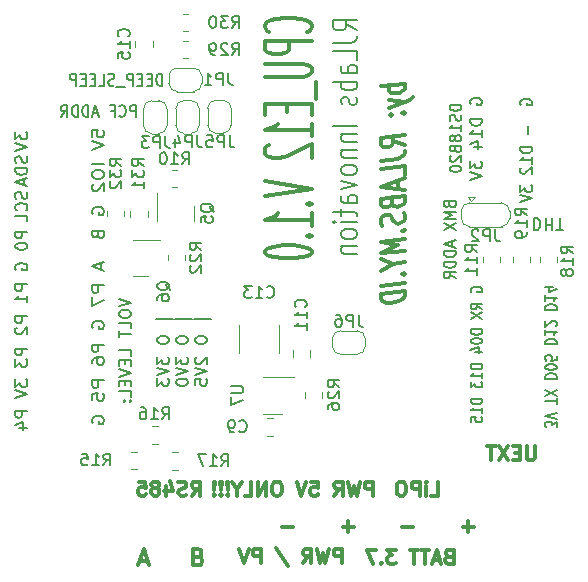
<source format=gbo>
%TF.GenerationSoftware,KiCad,Pcbnew,(6.0.9)*%
%TF.CreationDate,2023-01-11T20:23:52+07:00*%
%TF.ProjectId,ESP12CORE_B_MULTI,45535031-3243-44f5-9245-5f425f4d554c,rev?*%
%TF.SameCoordinates,Original*%
%TF.FileFunction,Legend,Bot*%
%TF.FilePolarity,Positive*%
%FSLAX46Y46*%
G04 Gerber Fmt 4.6, Leading zero omitted, Abs format (unit mm)*
G04 Created by KiCad (PCBNEW (6.0.9)) date 2023-01-11 20:23:52*
%MOMM*%
%LPD*%
G01*
G04 APERTURE LIST*
%ADD10C,0.2*%
%ADD11C,0.152*%
%ADD12C,0.3*%
%ADD13C,0.15*%
%ADD14C,0.375*%
%ADD15C,0.12*%
G04 APERTURE END LIST*
D10*
X0030367415Y0045867093D02*
X0029415034Y0046367093D01*
X0030367415Y0046724236D02*
X0028367415Y0046724236D01*
X0028367415Y0046152807D01*
X0028462655Y0046009950D01*
X0028557893Y0045938521D01*
X0028748368Y0045867093D01*
X0029034083Y0045867093D01*
X0029224559Y0045938521D01*
X0029319796Y0046009950D01*
X0029415034Y0046152807D01*
X0029415034Y0046724236D01*
X0028367415Y0044795664D02*
X0029795987Y0044795664D01*
X0030081702Y0044867093D01*
X0030272177Y0045009950D01*
X0030367415Y0045224236D01*
X0030367415Y0045367093D01*
X0030367415Y0043367093D02*
X0030367415Y0044081378D01*
X0028367415Y0044081378D01*
X0030367415Y0042224236D02*
X0029319796Y0042224236D01*
X0029129321Y0042295664D01*
X0029034083Y0042438520D01*
X0029034083Y0042724236D01*
X0029129321Y0042867093D01*
X0030272177Y0042224236D02*
X0030367415Y0042367093D01*
X0030367415Y0042724236D01*
X0030272177Y0042867093D01*
X0030081702Y0042938520D01*
X0029891225Y0042938520D01*
X0029700750Y0042867093D01*
X0029605512Y0042724236D01*
X0029605512Y0042367093D01*
X0029510274Y0042224236D01*
X0030367415Y0041509950D02*
X0028367415Y0041509950D01*
X0029129321Y0041509950D02*
X0029034083Y0041367093D01*
X0029034083Y0041081378D01*
X0029129321Y0040938520D01*
X0029224559Y0040867093D01*
X0029415034Y0040795664D01*
X0029986464Y0040795664D01*
X0030176940Y0040867093D01*
X0030272177Y0040938520D01*
X0030367415Y0041081378D01*
X0030367415Y0041367093D01*
X0030272177Y0041509950D01*
X0030272177Y0040224236D02*
X0030367415Y0040081378D01*
X0030367415Y0039795664D01*
X0030272177Y0039652806D01*
X0030081702Y0039581378D01*
X0029986464Y0039581378D01*
X0029795987Y0039652806D01*
X0029700750Y0039795664D01*
X0029700750Y0040009950D01*
X0029605512Y0040152806D01*
X0029415034Y0040224236D01*
X0029319796Y0040224236D01*
X0029129321Y0040152806D01*
X0029034083Y0040009950D01*
X0029034083Y0039795664D01*
X0029129321Y0039652806D01*
X0030367415Y0037795664D02*
X0028367415Y0037795664D01*
X0029034083Y0037081378D02*
X0030367415Y0037081378D01*
X0029224559Y0037081378D02*
X0029129321Y0037009950D01*
X0029034083Y0036867093D01*
X0029034083Y0036652806D01*
X0029129321Y0036509950D01*
X0029319796Y0036438520D01*
X0030367415Y0036438520D01*
X0029034083Y0035724236D02*
X0030367415Y0035724236D01*
X0029224559Y0035724236D02*
X0029129321Y0035652806D01*
X0029034083Y0035509950D01*
X0029034083Y0035295664D01*
X0029129321Y0035152806D01*
X0029319796Y0035081378D01*
X0030367415Y0035081378D01*
X0030367415Y0034152806D02*
X0030272177Y0034295664D01*
X0030176940Y0034367093D01*
X0029986464Y0034438520D01*
X0029415034Y0034438520D01*
X0029224559Y0034367093D01*
X0029129321Y0034295664D01*
X0029034083Y0034152806D01*
X0029034083Y0033938520D01*
X0029129321Y0033795664D01*
X0029224559Y0033724236D01*
X0029415034Y0033652806D01*
X0029986464Y0033652806D01*
X0030176940Y0033724236D01*
X0030272177Y0033795664D01*
X0030367415Y0033938520D01*
X0030367415Y0034152806D01*
X0029034083Y0033152806D02*
X0030367415Y0032795664D01*
X0029034083Y0032438520D01*
X0030367415Y0031224236D02*
X0029319796Y0031224236D01*
X0029129321Y0031295664D01*
X0029034083Y0031438520D01*
X0029034083Y0031724236D01*
X0029129321Y0031867092D01*
X0030272177Y0031224236D02*
X0030367415Y0031367092D01*
X0030367415Y0031724236D01*
X0030272177Y0031867092D01*
X0030081702Y0031938520D01*
X0029891225Y0031938520D01*
X0029700750Y0031867092D01*
X0029605512Y0031724236D01*
X0029605512Y0031367092D01*
X0029510274Y0031224236D01*
X0029034083Y0030724236D02*
X0029034083Y0030152806D01*
X0028367415Y0030509950D02*
X0030081702Y0030509950D01*
X0030272177Y0030438520D01*
X0030367415Y0030295664D01*
X0030367415Y0030152806D01*
X0030367415Y0029652806D02*
X0029034083Y0029652806D01*
X0028367415Y0029652806D02*
X0028462655Y0029724236D01*
X0028557893Y0029652806D01*
X0028462655Y0029581378D01*
X0028367415Y0029652806D01*
X0028557893Y0029652806D01*
X0030367415Y0028724236D02*
X0030272177Y0028867092D01*
X0030176940Y0028938520D01*
X0029986464Y0029009950D01*
X0029415034Y0029009950D01*
X0029224559Y0028938520D01*
X0029129321Y0028867092D01*
X0029034083Y0028724236D01*
X0029034083Y0028509950D01*
X0029129321Y0028367092D01*
X0029224559Y0028295664D01*
X0029415034Y0028224236D01*
X0029986464Y0028224236D01*
X0030176940Y0028295664D01*
X0030272177Y0028367092D01*
X0030367415Y0028509950D01*
X0030367415Y0028724236D01*
X0029034083Y0027581378D02*
X0030367415Y0027581378D01*
X0029224559Y0027581378D02*
X0029129321Y0027509950D01*
X0029034083Y0027367092D01*
X0029034083Y0027152806D01*
X0029129321Y0027009950D01*
X0029319796Y0026938520D01*
X0030367415Y0026938520D01*
D11*
X0007952380Y0036866667D02*
X0007952380Y0037400000D01*
X0008428571Y0037453334D01*
X0008380951Y0037400000D01*
X0008333332Y0037293334D01*
X0008333332Y0037026667D01*
X0008380951Y0036920000D01*
X0008428571Y0036866667D01*
X0008523809Y0036813334D01*
X0008761904Y0036813334D01*
X0008857141Y0036866667D01*
X0008904760Y0036920000D01*
X0008952380Y0037026667D01*
X0008952380Y0037293334D01*
X0008904760Y0037400000D01*
X0008857141Y0037453334D01*
X0007952380Y0036493334D02*
X0008952380Y0036120000D01*
X0007952380Y0035746667D01*
X0008952380Y0034519999D02*
X0007952380Y0034519999D01*
X0007952380Y0033773334D02*
X0007952380Y0033560000D01*
X0008000000Y0033453333D01*
X0008095237Y0033346666D01*
X0008285713Y0033293334D01*
X0008619046Y0033293334D01*
X0008809522Y0033346666D01*
X0008904760Y0033453333D01*
X0008952380Y0033560000D01*
X0008952380Y0033773334D01*
X0008904760Y0033879999D01*
X0008809522Y0033986667D01*
X0008619046Y0034040000D01*
X0008285713Y0034040000D01*
X0008095237Y0033986667D01*
X0008000000Y0033879999D01*
X0007952380Y0033773334D01*
X0008047618Y0032866667D02*
X0008000000Y0032813333D01*
X0007952380Y0032706666D01*
X0007952380Y0032439999D01*
X0008000000Y0032333333D01*
X0008047618Y0032280000D01*
X0008142857Y0032226667D01*
X0008238095Y0032226667D01*
X0008380951Y0032280000D01*
X0008952380Y0032920000D01*
X0008952380Y0032226667D01*
X0008000000Y0030306667D02*
X0007952380Y0030413334D01*
X0007952380Y0030573334D01*
X0008000000Y0030733334D01*
X0008095237Y0030840000D01*
X0008190476Y0030893333D01*
X0008380951Y0030946667D01*
X0008523809Y0030946667D01*
X0008714285Y0030893333D01*
X0008809522Y0030840000D01*
X0008904760Y0030733334D01*
X0008952380Y0030573334D01*
X0008952380Y0030466667D01*
X0008904760Y0030306667D01*
X0008857141Y0030253333D01*
X0008523809Y0030253333D01*
X0008523809Y0030466667D01*
X0008428571Y0028546667D02*
X0008476190Y0028386667D01*
X0008523809Y0028333333D01*
X0008619046Y0028280000D01*
X0008761904Y0028280000D01*
X0008857141Y0028333333D01*
X0008904760Y0028386667D01*
X0008952380Y0028493334D01*
X0008952380Y0028920000D01*
X0007952380Y0028920000D01*
X0007952380Y0028546667D01*
X0008000000Y0028439999D01*
X0008047618Y0028386667D01*
X0008142857Y0028333333D01*
X0008238095Y0028333333D01*
X0008333332Y0028386667D01*
X0008380951Y0028439999D01*
X0008428571Y0028546667D01*
X0008428571Y0028920000D01*
X0008666666Y0026146666D02*
X0008666666Y0025613333D01*
X0008952380Y0026253333D02*
X0007952380Y0025879999D01*
X0008952380Y0025506666D01*
X0008952380Y0024280000D02*
X0007952380Y0024280000D01*
X0007952380Y0023853334D01*
X0008000000Y0023746667D01*
X0008047618Y0023693333D01*
X0008142857Y0023640000D01*
X0008285713Y0023640000D01*
X0008380951Y0023693333D01*
X0008428571Y0023746667D01*
X0008476190Y0023853334D01*
X0008476190Y0024280000D01*
X0007952380Y0023266667D02*
X0007952380Y0022519999D01*
X0008952380Y0023000000D01*
X0008000000Y0020653334D02*
X0007952380Y0020760000D01*
X0007952380Y0020920000D01*
X0008000000Y0021080000D01*
X0008095237Y0021186667D01*
X0008190476Y0021239999D01*
X0008380951Y0021293334D01*
X0008523809Y0021293334D01*
X0008714285Y0021239999D01*
X0008809522Y0021186667D01*
X0008904760Y0021080000D01*
X0008952380Y0020920000D01*
X0008952380Y0020813333D01*
X0008904760Y0020653334D01*
X0008857141Y0020599999D01*
X0008523809Y0020599999D01*
X0008523809Y0020813333D01*
X0008952380Y0019266667D02*
X0007952380Y0019266667D01*
X0007952380Y0018840000D01*
X0008000000Y0018733334D01*
X0008047618Y0018680000D01*
X0008142857Y0018626666D01*
X0008285713Y0018626666D01*
X0008380951Y0018680000D01*
X0008428571Y0018733334D01*
X0008476190Y0018840000D01*
X0008476190Y0019266667D01*
X0007952380Y0017666667D02*
X0007952380Y0017879999D01*
X0008000000Y0017986666D01*
X0008047618Y0018040000D01*
X0008190476Y0018146666D01*
X0008380951Y0018200000D01*
X0008761904Y0018200000D01*
X0008857141Y0018146666D01*
X0008904760Y0018093334D01*
X0008952380Y0017986666D01*
X0008952380Y0017773334D01*
X0008904760Y0017666667D01*
X0008857141Y0017613333D01*
X0008761904Y0017560000D01*
X0008523809Y0017560000D01*
X0008428571Y0017613333D01*
X0008380951Y0017666667D01*
X0008333332Y0017773334D01*
X0008333332Y0017986666D01*
X0008380951Y0018093334D01*
X0008428571Y0018146666D01*
X0008523809Y0018200000D01*
X0008952380Y0016226667D02*
X0007952380Y0016226667D01*
X0007952380Y0015799999D01*
X0008000000Y0015693333D01*
X0008047618Y0015640000D01*
X0008142857Y0015586667D01*
X0008285713Y0015586667D01*
X0008380951Y0015640000D01*
X0008428571Y0015693333D01*
X0008476190Y0015799999D01*
X0008476190Y0016226667D01*
X0007952380Y0014573334D02*
X0007952380Y0015106667D01*
X0008428571Y0015159999D01*
X0008380951Y0015106667D01*
X0008333332Y0015000000D01*
X0008333332Y0014733334D01*
X0008380951Y0014626666D01*
X0008428571Y0014573334D01*
X0008523809Y0014519999D01*
X0008761904Y0014519999D01*
X0008857141Y0014573334D01*
X0008904760Y0014626666D01*
X0008952380Y0014733334D01*
X0008952380Y0015000000D01*
X0008904760Y0015106667D01*
X0008857141Y0015159999D01*
X0008000000Y0012599999D02*
X0007952380Y0012706666D01*
X0007952380Y0012866667D01*
X0008000000Y0013026667D01*
X0008095237Y0013133334D01*
X0008190476Y0013186667D01*
X0008380951Y0013239999D01*
X0008523809Y0013239999D01*
X0008714285Y0013186667D01*
X0008809522Y0013133334D01*
X0008904760Y0013026667D01*
X0008952380Y0012866667D01*
X0008952380Y0012760000D01*
X0008904760Y0012599999D01*
X0008857141Y0012546667D01*
X0008523809Y0012546667D01*
X0008523809Y0012760000D01*
D12*
X0045414285Y0010657143D02*
X0045414285Y0009685715D01*
X0045357142Y0009571428D01*
X0045300000Y0009514285D01*
X0045185713Y0009457143D01*
X0044957142Y0009457143D01*
X0044842857Y0009514285D01*
X0044785714Y0009571428D01*
X0044728570Y0009685715D01*
X0044728570Y0010657143D01*
X0044157141Y0010085714D02*
X0043757141Y0010085714D01*
X0043585713Y0009457143D02*
X0044157141Y0009457143D01*
X0044157141Y0010657143D01*
X0043585713Y0010657143D01*
X0043185713Y0010657143D02*
X0042385714Y0009457143D01*
X0042385714Y0010657143D02*
X0043185713Y0009457143D01*
X0042099999Y0010657143D02*
X0041414285Y0010657143D01*
X0041757141Y0009457143D02*
X0041757141Y0010657143D01*
X0036642856Y0006457143D02*
X0037214284Y0006457143D01*
X0037214284Y0007657143D01*
X0036242856Y0006457143D02*
X0036242856Y0007257142D01*
X0036242856Y0007657143D02*
X0036300000Y0007599999D01*
X0036242856Y0007542857D01*
X0036185713Y0007599999D01*
X0036242856Y0007657143D01*
X0036242856Y0007542857D01*
X0035671427Y0006457143D02*
X0035671427Y0007657143D01*
X0035214284Y0007657143D01*
X0035099999Y0007599999D01*
X0035042857Y0007542857D01*
X0034985714Y0007428572D01*
X0034985714Y0007257142D01*
X0035042857Y0007142858D01*
X0035099999Y0007085714D01*
X0035214284Y0007028571D01*
X0035671427Y0007028571D01*
X0034242856Y0007657143D02*
X0034014285Y0007657143D01*
X0033900000Y0007599999D01*
X0033785714Y0007485714D01*
X0033728570Y0007257142D01*
X0033728570Y0006857142D01*
X0033785714Y0006628572D01*
X0033900000Y0006514285D01*
X0034014285Y0006457143D01*
X0034242856Y0006457143D01*
X0034357142Y0006514285D01*
X0034471428Y0006628572D01*
X0034528571Y0006857142D01*
X0034528571Y0007257142D01*
X0034471428Y0007485714D01*
X0034357142Y0007599999D01*
X0034242856Y0007657143D01*
D11*
X0044250000Y0039564285D02*
X0044202380Y0039650000D01*
X0044202380Y0039778572D01*
X0044250000Y0039907143D01*
X0044345237Y0039992858D01*
X0044440475Y0040035714D01*
X0044630952Y0040078571D01*
X0044773809Y0040078571D01*
X0044964284Y0040035714D01*
X0045059523Y0039992858D01*
X0045154761Y0039907143D01*
X0045202380Y0039778572D01*
X0045202380Y0039692858D01*
X0045154761Y0039564285D01*
X0045107142Y0039521429D01*
X0044773809Y0039521429D01*
X0044773809Y0039692858D01*
X0044821428Y0037764286D02*
X0044821428Y0037078571D01*
X0045202380Y0035964286D02*
X0044202380Y0035964286D01*
X0044202380Y0035750000D01*
X0044250000Y0035621429D01*
X0044345237Y0035535714D01*
X0044440475Y0035492858D01*
X0044630952Y0035450000D01*
X0044773809Y0035450000D01*
X0044964284Y0035492858D01*
X0045059523Y0035535714D01*
X0045154761Y0035621429D01*
X0045202380Y0035750000D01*
X0045202380Y0035964286D01*
X0045202380Y0034592858D02*
X0045202380Y0035107142D01*
X0045202380Y0034849999D02*
X0044202380Y0034849999D01*
X0044345237Y0034935715D01*
X0044440475Y0035021429D01*
X0044488094Y0035107142D01*
X0044297619Y0034250000D02*
X0044250000Y0034207143D01*
X0044202380Y0034121429D01*
X0044202380Y0033907143D01*
X0044250000Y0033821428D01*
X0044297619Y0033778572D01*
X0044392856Y0033735715D01*
X0044488094Y0033735715D01*
X0044630952Y0033778572D01*
X0045202380Y0034292857D01*
X0045202380Y0033735715D01*
X0044202380Y0032750000D02*
X0044202380Y0032192858D01*
X0044583333Y0032492858D01*
X0044583333Y0032364286D01*
X0044630952Y0032278571D01*
X0044678571Y0032235715D01*
X0044773809Y0032192858D01*
X0045011903Y0032192858D01*
X0045107142Y0032235715D01*
X0045154761Y0032278571D01*
X0045202380Y0032364286D01*
X0045202380Y0032621429D01*
X0045154761Y0032707143D01*
X0045107142Y0032750000D01*
X0044202380Y0031935715D02*
X0045202380Y0031635715D01*
X0044202380Y0031335714D01*
D12*
X0011992953Y0000976546D02*
X0012659621Y0000976546D01*
X0011859621Y0000576547D02*
X0012326288Y0001976546D01*
X0012792953Y0000576547D01*
X0016926288Y0001309880D02*
X0017126288Y0001243213D01*
X0017192954Y0001176546D01*
X0017259620Y0001043214D01*
X0017259620Y0000843214D01*
X0017192954Y0000709879D01*
X0017126288Y0000643214D01*
X0016992953Y0000576547D01*
X0016459620Y0000576547D01*
X0016459620Y0001976546D01*
X0016926288Y0001976546D01*
X0017059621Y0001909880D01*
X0017126288Y0001843214D01*
X0017192954Y0001709879D01*
X0017192954Y0001576547D01*
X0017126288Y0001443213D01*
X0017059621Y0001376547D01*
X0016926288Y0001309880D01*
X0016459620Y0001309880D01*
X0031714284Y0006457143D02*
X0031714284Y0007657143D01*
X0031257141Y0007657143D01*
X0031142856Y0007599999D01*
X0031085713Y0007542857D01*
X0031028571Y0007428572D01*
X0031028571Y0007257142D01*
X0031085713Y0007142858D01*
X0031142856Y0007085714D01*
X0031257141Y0007028571D01*
X0031714284Y0007028571D01*
X0030628570Y0007657143D02*
X0030342857Y0006457143D01*
X0030114284Y0007314285D01*
X0029885714Y0006457143D01*
X0029599999Y0007657143D01*
X0028457142Y0006457143D02*
X0028857142Y0007028571D01*
X0029142856Y0006457143D02*
X0029142856Y0007657143D01*
X0028685713Y0007657143D01*
X0028571427Y0007599999D01*
X0028514285Y0007542857D01*
X0028457142Y0007428572D01*
X0028457142Y0007257142D01*
X0028514285Y0007142858D01*
X0028571427Y0007085714D01*
X0028685713Y0007028571D01*
X0029142856Y0007028571D01*
X0026457142Y0007657143D02*
X0027028571Y0007657143D01*
X0027085713Y0007085714D01*
X0027028571Y0007142858D01*
X0026914285Y0007200000D01*
X0026628570Y0007200000D01*
X0026514285Y0007142858D01*
X0026457142Y0007085714D01*
X0026400000Y0006971429D01*
X0026400000Y0006685715D01*
X0026457142Y0006571428D01*
X0026514285Y0006514285D01*
X0026628570Y0006457143D01*
X0026914285Y0006457143D01*
X0027028571Y0006514285D01*
X0027085713Y0006571428D01*
X0026057142Y0007657143D02*
X0025657141Y0006457143D01*
X0025257142Y0007657143D01*
X0023714285Y0007657143D02*
X0023485714Y0007657143D01*
X0023371427Y0007599999D01*
X0023257142Y0007485714D01*
X0023200000Y0007257142D01*
X0023200000Y0006857142D01*
X0023257142Y0006628572D01*
X0023371427Y0006514285D01*
X0023485714Y0006457143D01*
X0023714285Y0006457143D01*
X0023828570Y0006514285D01*
X0023942857Y0006628572D01*
X0024000000Y0006857142D01*
X0024000000Y0007257142D01*
X0023942857Y0007485714D01*
X0023828570Y0007599999D01*
X0023714285Y0007657143D01*
X0022685714Y0006457143D02*
X0022685714Y0007657143D01*
X0022000000Y0006457143D01*
X0022000000Y0007657143D01*
X0020857141Y0006457143D02*
X0021428571Y0006457143D01*
X0021428571Y0007657143D01*
X0020228571Y0007028571D02*
X0020228571Y0006457143D01*
X0020628570Y0007657143D02*
X0020228571Y0007028571D01*
X0019828570Y0007657143D01*
X0019428571Y0006571428D02*
X0019371427Y0006514285D01*
X0019428571Y0006457143D01*
X0019485714Y0006514285D01*
X0019428571Y0006571428D01*
X0019428571Y0006457143D01*
X0019428571Y0006914286D02*
X0019485714Y0007599999D01*
X0019428571Y0007657143D01*
X0019371427Y0007599999D01*
X0019428571Y0006914286D01*
X0019428571Y0007657143D01*
X0018857141Y0006571428D02*
X0018799999Y0006514285D01*
X0018857141Y0006457143D01*
X0018914285Y0006514285D01*
X0018857141Y0006571428D01*
X0018857141Y0006457143D01*
X0018857141Y0006914286D02*
X0018914285Y0007599999D01*
X0018857141Y0007657143D01*
X0018799999Y0007599999D01*
X0018857141Y0006914286D01*
X0018857141Y0007657143D01*
X0018285714Y0006571428D02*
X0018228571Y0006514285D01*
X0018285714Y0006457143D01*
X0018342856Y0006514285D01*
X0018285714Y0006571428D01*
X0018285714Y0006457143D01*
X0018285714Y0006914286D02*
X0018342856Y0007599999D01*
X0018285714Y0007657143D01*
X0018228571Y0007599999D01*
X0018285714Y0006914286D01*
X0018285714Y0007657143D01*
D11*
X0047297619Y0012250000D02*
X0047297619Y0012745238D01*
X0046916665Y0012478572D01*
X0046916665Y0012592858D01*
X0046869046Y0012669048D01*
X0046821428Y0012707143D01*
X0046726190Y0012745238D01*
X0046488094Y0012745238D01*
X0046392856Y0012707143D01*
X0046345237Y0012669048D01*
X0046297619Y0012592858D01*
X0046297619Y0012364286D01*
X0046345237Y0012288095D01*
X0046392856Y0012250000D01*
X0047297619Y0012973810D02*
X0046297619Y0013240476D01*
X0047297619Y0013507143D01*
X0047297619Y0014269047D02*
X0047297619Y0014726191D01*
X0046297619Y0014497619D02*
X0047297619Y0014497619D01*
X0047297619Y0014916667D02*
X0046297619Y0015450000D01*
X0047297619Y0015450000D02*
X0046297619Y0014916667D01*
X0046297619Y0016364286D02*
X0047297619Y0016364286D01*
X0047297619Y0016554761D01*
X0047250000Y0016669048D01*
X0047154761Y0016745238D01*
X0047059523Y0016783333D01*
X0046869046Y0016821428D01*
X0046726190Y0016821428D01*
X0046535714Y0016783333D01*
X0046440475Y0016745238D01*
X0046345237Y0016669048D01*
X0046297619Y0016554761D01*
X0046297619Y0016364286D01*
X0047297619Y0017316666D02*
X0047297619Y0017392858D01*
X0047250000Y0017469048D01*
X0047202380Y0017507143D01*
X0047107142Y0017545238D01*
X0046916665Y0017583333D01*
X0046678571Y0017583333D01*
X0046488094Y0017545238D01*
X0046392856Y0017507143D01*
X0046345237Y0017469048D01*
X0046297619Y0017392858D01*
X0046297619Y0017316666D01*
X0046345237Y0017240477D01*
X0046392856Y0017202381D01*
X0046488094Y0017164286D01*
X0046678571Y0017126191D01*
X0046916665Y0017126191D01*
X0047107142Y0017164286D01*
X0047202380Y0017202381D01*
X0047250000Y0017240477D01*
X0047297619Y0017316666D01*
X0047297619Y0018307142D02*
X0047297619Y0017926191D01*
X0046821428Y0017888096D01*
X0046869046Y0017926191D01*
X0046916665Y0018002381D01*
X0046916665Y0018192858D01*
X0046869046Y0018269047D01*
X0046821428Y0018307142D01*
X0046726190Y0018345239D01*
X0046488094Y0018345239D01*
X0046392856Y0018307142D01*
X0046345237Y0018269047D01*
X0046297619Y0018192858D01*
X0046297619Y0018002381D01*
X0046345237Y0017926191D01*
X0046392856Y0017888096D01*
X0046297619Y0019297619D02*
X0047297619Y0019297619D01*
X0047297619Y0019488096D01*
X0047250000Y0019602380D01*
X0047154761Y0019678572D01*
X0047059523Y0019716667D01*
X0046869046Y0019754762D01*
X0046726190Y0019754762D01*
X0046535714Y0019716667D01*
X0046440475Y0019678572D01*
X0046345237Y0019602380D01*
X0046297619Y0019488096D01*
X0046297619Y0019297619D01*
X0046297619Y0020516667D02*
X0046297619Y0020059523D01*
X0046297619Y0020288095D02*
X0047297619Y0020288095D01*
X0047154761Y0020211905D01*
X0047059523Y0020135715D01*
X0047011903Y0020059523D01*
X0047202380Y0020821428D02*
X0047250000Y0020859523D01*
X0047297619Y0020935715D01*
X0047297619Y0021126191D01*
X0047250000Y0021202381D01*
X0047202380Y0021240477D01*
X0047107142Y0021278571D01*
X0047011903Y0021278571D01*
X0046869046Y0021240477D01*
X0046297619Y0020783333D01*
X0046297619Y0021278571D01*
X0046297619Y0022230953D02*
X0047297619Y0022230953D01*
X0047297619Y0022421429D01*
X0047250000Y0022535714D01*
X0047154761Y0022611904D01*
X0047059523Y0022650000D01*
X0046869046Y0022688096D01*
X0046726190Y0022688096D01*
X0046535714Y0022650000D01*
X0046440475Y0022611904D01*
X0046345237Y0022535714D01*
X0046297619Y0022421429D01*
X0046297619Y0022230953D01*
X0046297619Y0023450000D02*
X0046297619Y0022992858D01*
X0046297619Y0023221429D02*
X0047297619Y0023221429D01*
X0047154761Y0023145239D01*
X0047059523Y0023069047D01*
X0047011903Y0022992858D01*
X0046964284Y0024135715D02*
X0046297619Y0024135715D01*
X0047345237Y0023945239D02*
X0046630952Y0023754762D01*
X0046630952Y0024250000D01*
D13*
X0002404760Y0032190477D02*
X0002452380Y0032047619D01*
X0002452380Y0031809523D01*
X0002404760Y0031714286D01*
X0002357141Y0031666667D01*
X0002261904Y0031619048D01*
X0002166666Y0031619048D01*
X0002071427Y0031666667D01*
X0002023809Y0031714286D01*
X0001976190Y0031809523D01*
X0001928571Y0032000000D01*
X0001880951Y0032095239D01*
X0001833332Y0032142858D01*
X0001738095Y0032190477D01*
X0001642857Y0032190477D01*
X0001547618Y0032142858D01*
X0001500000Y0032095239D01*
X0001452380Y0032000000D01*
X0001452380Y0031761905D01*
X0001500000Y0031619048D01*
X0002357141Y0030619048D02*
X0002404760Y0030666667D01*
X0002452380Y0030809523D01*
X0002452380Y0030904762D01*
X0002404760Y0031047619D01*
X0002309522Y0031142858D01*
X0002214285Y0031190477D01*
X0002023809Y0031238096D01*
X0001880951Y0031238096D01*
X0001690476Y0031190477D01*
X0001595237Y0031142858D01*
X0001500000Y0031047619D01*
X0001452380Y0030904762D01*
X0001452380Y0030809523D01*
X0001500000Y0030666667D01*
X0001547618Y0030619048D01*
X0002452380Y0029714286D02*
X0002452380Y0030190477D01*
X0001452380Y0030190477D01*
D11*
X0010232380Y0023154762D02*
X0011232380Y0022821428D01*
X0010232380Y0022488096D01*
X0010232380Y0021964286D02*
X0010232380Y0021773809D01*
X0010280000Y0021678572D01*
X0010375237Y0021583333D01*
X0010565714Y0021535714D01*
X0010899046Y0021535714D01*
X0011089523Y0021583333D01*
X0011184760Y0021678572D01*
X0011232380Y0021773809D01*
X0011232380Y0021964286D01*
X0011184760Y0022059523D01*
X0011089523Y0022154762D01*
X0010899046Y0022202381D01*
X0010565714Y0022202381D01*
X0010375237Y0022154762D01*
X0010280000Y0022059523D01*
X0010232380Y0021964286D01*
X0011232380Y0020630953D02*
X0011232380Y0021107142D01*
X0010232380Y0021107142D01*
X0010232380Y0020440477D02*
X0010232380Y0019869048D01*
X0011232380Y0020154762D02*
X0010232380Y0020154762D01*
X0011232380Y0018297619D02*
X0011232380Y0018773809D01*
X0010232380Y0018773809D01*
X0010708571Y0017964286D02*
X0010708571Y0017630953D01*
X0011232380Y0017488096D02*
X0011232380Y0017964286D01*
X0010232380Y0017964286D01*
X0010232380Y0017488096D01*
X0010232380Y0017202381D02*
X0011232380Y0016869048D01*
X0010232380Y0016535714D01*
X0010708571Y0016202381D02*
X0010708571Y0015869048D01*
X0011232380Y0015726191D02*
X0011232380Y0016202381D01*
X0010232380Y0016202381D01*
X0010232380Y0015726191D01*
X0011232380Y0014821428D02*
X0011232380Y0015297619D01*
X0010232380Y0015297619D01*
X0011137141Y0014488095D02*
X0011184760Y0014440477D01*
X0011232380Y0014488095D01*
X0011184760Y0014535714D01*
X0011137141Y0014488095D01*
X0011232380Y0014488095D01*
X0010613332Y0014488095D02*
X0010660951Y0014440477D01*
X0010708571Y0014488095D01*
X0010660951Y0014535714D01*
X0010613332Y0014488095D01*
X0010708571Y0014488095D01*
X0014785713Y0021416667D02*
X0013357141Y0021416667D01*
X0013452380Y0019750000D02*
X0013452380Y0019559523D01*
X0013500000Y0019464286D01*
X0013595237Y0019369048D01*
X0013785713Y0019321428D01*
X0014119046Y0019321428D01*
X0014309522Y0019369048D01*
X0014404760Y0019464286D01*
X0014452380Y0019559523D01*
X0014452380Y0019750000D01*
X0014404760Y0019845239D01*
X0014309522Y0019940477D01*
X0014119046Y0019988096D01*
X0013785713Y0019988096D01*
X0013595237Y0019940477D01*
X0013500000Y0019845239D01*
X0013452380Y0019750000D01*
X0013452380Y0018226191D02*
X0013452380Y0017607142D01*
X0013833332Y0017940477D01*
X0013833332Y0017797619D01*
X0013880951Y0017702381D01*
X0013928571Y0017654762D01*
X0014023809Y0017607142D01*
X0014261904Y0017607142D01*
X0014357141Y0017654762D01*
X0014404760Y0017702381D01*
X0014452380Y0017797619D01*
X0014452380Y0018083333D01*
X0014404760Y0018178572D01*
X0014357141Y0018226191D01*
X0013452380Y0017321428D02*
X0014452380Y0016988096D01*
X0013452380Y0016654762D01*
X0013452380Y0016416667D02*
X0013452380Y0015797619D01*
X0013833332Y0016130953D01*
X0013833332Y0015988095D01*
X0013880951Y0015892858D01*
X0013928571Y0015845239D01*
X0014023809Y0015797619D01*
X0014261904Y0015797619D01*
X0014357141Y0015845239D01*
X0014404760Y0015892858D01*
X0014452380Y0015988095D01*
X0014452380Y0016273809D01*
X0014404760Y0016369048D01*
X0014357141Y0016416667D01*
X0016395713Y0021416667D02*
X0014967141Y0021416667D01*
X0015062380Y0019750000D02*
X0015062380Y0019559523D01*
X0015110000Y0019464286D01*
X0015205237Y0019369048D01*
X0015395713Y0019321428D01*
X0015729046Y0019321428D01*
X0015919522Y0019369048D01*
X0016014760Y0019464286D01*
X0016062380Y0019559523D01*
X0016062380Y0019750000D01*
X0016014760Y0019845239D01*
X0015919522Y0019940477D01*
X0015729046Y0019988096D01*
X0015395713Y0019988096D01*
X0015205237Y0019940477D01*
X0015110000Y0019845239D01*
X0015062380Y0019750000D01*
X0015062380Y0018226191D02*
X0015062380Y0017607142D01*
X0015443332Y0017940477D01*
X0015443332Y0017797619D01*
X0015490951Y0017702381D01*
X0015538571Y0017654762D01*
X0015633809Y0017607142D01*
X0015871904Y0017607142D01*
X0015967141Y0017654762D01*
X0016014760Y0017702381D01*
X0016062380Y0017797619D01*
X0016062380Y0018083333D01*
X0016014760Y0018178572D01*
X0015967141Y0018226191D01*
X0015062380Y0017321428D02*
X0016062380Y0016988096D01*
X0015062380Y0016654762D01*
X0015062380Y0016130953D02*
X0015062380Y0016035714D01*
X0015110000Y0015940477D01*
X0015157618Y0015892858D01*
X0015252857Y0015845239D01*
X0015443332Y0015797619D01*
X0015681427Y0015797619D01*
X0015871904Y0015845239D01*
X0015967141Y0015892858D01*
X0016014760Y0015940477D01*
X0016062380Y0016035714D01*
X0016062380Y0016130953D01*
X0016014760Y0016226191D01*
X0015967141Y0016273809D01*
X0015871904Y0016321428D01*
X0015681427Y0016369048D01*
X0015443332Y0016369048D01*
X0015252857Y0016321428D01*
X0015157618Y0016273809D01*
X0015110000Y0016226191D01*
X0015062380Y0016130953D01*
X0018005713Y0021416667D02*
X0016577141Y0021416667D01*
X0016672380Y0019750000D02*
X0016672380Y0019559523D01*
X0016719999Y0019464286D01*
X0016815237Y0019369048D01*
X0017005713Y0019321428D01*
X0017339046Y0019321428D01*
X0017529522Y0019369048D01*
X0017624761Y0019464286D01*
X0017672380Y0019559523D01*
X0017672380Y0019750000D01*
X0017624761Y0019845239D01*
X0017529522Y0019940477D01*
X0017339046Y0019988096D01*
X0017005713Y0019988096D01*
X0016815237Y0019940477D01*
X0016719999Y0019845239D01*
X0016672380Y0019750000D01*
X0016767618Y0018178572D02*
X0016719999Y0018130953D01*
X0016672380Y0018035714D01*
X0016672380Y0017797619D01*
X0016719999Y0017702381D01*
X0016767618Y0017654762D01*
X0016862857Y0017607142D01*
X0016958095Y0017607142D01*
X0017100952Y0017654762D01*
X0017672380Y0018226191D01*
X0017672380Y0017607142D01*
X0016672380Y0017321428D02*
X0017672380Y0016988096D01*
X0016672380Y0016654762D01*
X0016672380Y0015845239D02*
X0016672380Y0016321428D01*
X0017148571Y0016369048D01*
X0017100952Y0016321428D01*
X0017053332Y0016226191D01*
X0017053332Y0015988095D01*
X0017100952Y0015892858D01*
X0017148571Y0015845239D01*
X0017243809Y0015797619D01*
X0017481904Y0015797619D01*
X0017577141Y0015845239D01*
X0017624761Y0015892858D01*
X0017672380Y0015988095D01*
X0017672380Y0016226191D01*
X0017624761Y0016321428D01*
X0017577141Y0016369048D01*
X0040038788Y0023711371D02*
X0039991167Y0023787561D01*
X0039991167Y0023901848D01*
X0040038788Y0024016133D01*
X0040134026Y0024092324D01*
X0040229264Y0024130420D01*
X0040419739Y0024168515D01*
X0040562597Y0024168515D01*
X0040753073Y0024130420D01*
X0040848310Y0024092324D01*
X0040943548Y0024016133D01*
X0040991167Y0023901848D01*
X0040991167Y0023825658D01*
X0040943548Y0023711371D01*
X0040895929Y0023673277D01*
X0040562597Y0023673277D01*
X0040562597Y0023825658D01*
X0040991167Y0022263752D02*
X0040514978Y0022530420D01*
X0040991167Y0022720895D02*
X0039991167Y0022720895D01*
X0039991167Y0022416134D01*
X0040038788Y0022339943D01*
X0040086407Y0022301848D01*
X0040181645Y0022263752D01*
X0040324501Y0022263752D01*
X0040419739Y0022301848D01*
X0040467358Y0022339943D01*
X0040514978Y0022416134D01*
X0040514978Y0022720895D01*
X0039991167Y0021997085D02*
X0040991167Y0021463752D01*
X0039991167Y0021463752D02*
X0040991167Y0021997085D01*
X0040991167Y0020549467D02*
X0039991167Y0020549467D01*
X0039991167Y0020358991D01*
X0040038788Y0020244704D01*
X0040134026Y0020168515D01*
X0040229264Y0020130420D01*
X0040419739Y0020092324D01*
X0040562597Y0020092324D01*
X0040753073Y0020130420D01*
X0040848310Y0020168515D01*
X0040943548Y0020244704D01*
X0040991167Y0020358991D01*
X0040991167Y0020549467D01*
X0039991167Y0019597086D02*
X0039991167Y0019520895D01*
X0040038788Y0019444705D01*
X0040086407Y0019406610D01*
X0040181645Y0019368515D01*
X0040372120Y0019330420D01*
X0040610216Y0019330420D01*
X0040800692Y0019368515D01*
X0040895929Y0019406610D01*
X0040943548Y0019444705D01*
X0040991167Y0019520895D01*
X0040991167Y0019597086D01*
X0040943548Y0019673277D01*
X0040895929Y0019711371D01*
X0040800692Y0019749466D01*
X0040610216Y0019787561D01*
X0040372120Y0019787561D01*
X0040181645Y0019749466D01*
X0040086407Y0019711371D01*
X0040038788Y0019673277D01*
X0039991167Y0019597086D01*
X0040324501Y0018644705D02*
X0040991167Y0018644705D01*
X0039943548Y0018835181D02*
X0040657835Y0019025658D01*
X0040657835Y0018530420D01*
X0040991167Y0017616134D02*
X0039991167Y0017616134D01*
X0039991167Y0017425658D01*
X0040038788Y0017311372D01*
X0040134026Y0017235180D01*
X0040229264Y0017197086D01*
X0040419739Y0017158991D01*
X0040562597Y0017158991D01*
X0040753073Y0017197086D01*
X0040848310Y0017235180D01*
X0040943548Y0017311372D01*
X0040991167Y0017425658D01*
X0040991167Y0017616134D01*
X0040991167Y0016397086D02*
X0040991167Y0016854229D01*
X0040991167Y0016625658D02*
X0039991167Y0016625658D01*
X0040134026Y0016701847D01*
X0040229264Y0016778039D01*
X0040276883Y0016854229D01*
X0039991167Y0016130420D02*
X0039991167Y0015635181D01*
X0040372120Y0015901848D01*
X0040372120Y0015787561D01*
X0040419739Y0015711371D01*
X0040467358Y0015673276D01*
X0040562597Y0015635181D01*
X0040800692Y0015635181D01*
X0040895929Y0015673276D01*
X0040943548Y0015711371D01*
X0040991167Y0015787561D01*
X0040991167Y0016016133D01*
X0040943548Y0016092324D01*
X0040895929Y0016130420D01*
X0040991167Y0014682800D02*
X0039991167Y0014682800D01*
X0039991167Y0014492323D01*
X0040038788Y0014378039D01*
X0040134026Y0014301848D01*
X0040229264Y0014263752D01*
X0040419739Y0014225657D01*
X0040562597Y0014225657D01*
X0040753073Y0014263752D01*
X0040848310Y0014301848D01*
X0040943548Y0014378039D01*
X0040991167Y0014492323D01*
X0040991167Y0014682800D01*
X0040991167Y0013463752D02*
X0040991167Y0013920895D01*
X0040991167Y0013692324D02*
X0039991167Y0013692324D01*
X0040134026Y0013768514D01*
X0040229264Y0013844705D01*
X0040276883Y0013920895D01*
X0039991167Y0012739942D02*
X0039991167Y0013120896D01*
X0040467358Y0013158991D01*
X0040419739Y0013120896D01*
X0040372120Y0013044704D01*
X0040372120Y0012854229D01*
X0040419739Y0012778039D01*
X0040467358Y0012739942D01*
X0040562597Y0012701847D01*
X0040800692Y0012701847D01*
X0040895929Y0012739942D01*
X0040943548Y0012778039D01*
X0040991167Y0012854229D01*
X0040991167Y0013044704D01*
X0040943548Y0013120896D01*
X0040895929Y0013158991D01*
X0039202380Y0039578571D02*
X0038202380Y0039578571D01*
X0038202380Y0039364286D01*
X0038250000Y0039235715D01*
X0038345237Y0039150000D01*
X0038440475Y0039107142D01*
X0038630952Y0039064285D01*
X0038773809Y0039064285D01*
X0038964284Y0039107142D01*
X0039059523Y0039150000D01*
X0039154761Y0039235715D01*
X0039202380Y0039364286D01*
X0039202380Y0039578571D01*
X0039154761Y0038721429D02*
X0039202380Y0038592858D01*
X0039202380Y0038378572D01*
X0039154761Y0038292857D01*
X0039107142Y0038250000D01*
X0039011903Y0038207143D01*
X0038916665Y0038207143D01*
X0038821428Y0038250000D01*
X0038773809Y0038292857D01*
X0038726190Y0038378572D01*
X0038678571Y0038550000D01*
X0038630952Y0038635715D01*
X0038583333Y0038678572D01*
X0038488094Y0038721429D01*
X0038392856Y0038721429D01*
X0038297619Y0038678572D01*
X0038250000Y0038635715D01*
X0038202380Y0038550000D01*
X0038202380Y0038335714D01*
X0038250000Y0038207143D01*
X0039202380Y0037349999D02*
X0039202380Y0037864286D01*
X0039202380Y0037607142D02*
X0038202380Y0037607142D01*
X0038345237Y0037692858D01*
X0038440475Y0037778572D01*
X0038488094Y0037864286D01*
X0038630952Y0036835714D02*
X0038583333Y0036921429D01*
X0038535714Y0036964286D01*
X0038440475Y0037007143D01*
X0038392856Y0037007143D01*
X0038297619Y0036964286D01*
X0038250000Y0036921429D01*
X0038202380Y0036835714D01*
X0038202380Y0036664286D01*
X0038250000Y0036578571D01*
X0038297619Y0036535714D01*
X0038392856Y0036492858D01*
X0038440475Y0036492858D01*
X0038535714Y0036535714D01*
X0038583333Y0036578571D01*
X0038630952Y0036664286D01*
X0038630952Y0036835714D01*
X0038678571Y0036921429D01*
X0038726190Y0036964286D01*
X0038821428Y0037007143D01*
X0039011903Y0037007143D01*
X0039107142Y0036964286D01*
X0039154761Y0036921429D01*
X0039202380Y0036835714D01*
X0039202380Y0036664286D01*
X0039154761Y0036578571D01*
X0039107142Y0036535714D01*
X0039011903Y0036492858D01*
X0038821428Y0036492858D01*
X0038726190Y0036535714D01*
X0038678571Y0036578571D01*
X0038630952Y0036664286D01*
X0038678571Y0035807143D02*
X0038726190Y0035678572D01*
X0038773809Y0035635715D01*
X0038869046Y0035592858D01*
X0039011903Y0035592858D01*
X0039107142Y0035635715D01*
X0039154761Y0035678572D01*
X0039202380Y0035764286D01*
X0039202380Y0036107142D01*
X0038202380Y0036107142D01*
X0038202380Y0035807143D01*
X0038250000Y0035721429D01*
X0038297619Y0035678572D01*
X0038392856Y0035635715D01*
X0038488094Y0035635715D01*
X0038583333Y0035678572D01*
X0038630952Y0035721429D01*
X0038678571Y0035807143D01*
X0038678571Y0036107142D01*
X0038297619Y0035250000D02*
X0038250000Y0035207143D01*
X0038202380Y0035121429D01*
X0038202380Y0034907143D01*
X0038250000Y0034821428D01*
X0038297619Y0034778572D01*
X0038392856Y0034735715D01*
X0038488094Y0034735715D01*
X0038630952Y0034778572D01*
X0039202380Y0035292857D01*
X0039202380Y0034735715D01*
X0038202380Y0034178572D02*
X0038202380Y0034092858D01*
X0038250000Y0034007143D01*
X0038297619Y0033964286D01*
X0038392856Y0033921429D01*
X0038583333Y0033878572D01*
X0038821428Y0033878572D01*
X0039011903Y0033921429D01*
X0039107142Y0033964286D01*
X0039154761Y0034007143D01*
X0039202380Y0034092858D01*
X0039202380Y0034178572D01*
X0039154761Y0034264286D01*
X0039107142Y0034307143D01*
X0039011903Y0034349999D01*
X0038821428Y0034392858D01*
X0038583333Y0034392858D01*
X0038392856Y0034349999D01*
X0038297619Y0034307143D01*
X0038250000Y0034264286D01*
X0038202380Y0034178572D01*
D12*
X0016387910Y0006457143D02*
X0016787909Y0007028571D01*
X0017073625Y0006457143D02*
X0017073625Y0007657143D01*
X0016616482Y0007657143D01*
X0016502195Y0007599999D01*
X0016445053Y0007542857D01*
X0016387910Y0007428572D01*
X0016387910Y0007257142D01*
X0016445053Y0007142858D01*
X0016502195Y0007085714D01*
X0016616482Y0007028571D01*
X0017073625Y0007028571D01*
X0015930767Y0006514285D02*
X0015759338Y0006457143D01*
X0015473624Y0006457143D01*
X0015359339Y0006514285D01*
X0015302195Y0006571428D01*
X0015245052Y0006685715D01*
X0015245052Y0006799999D01*
X0015302195Y0006914286D01*
X0015359339Y0006971429D01*
X0015473624Y0007028571D01*
X0015702196Y0007085714D01*
X0015816481Y0007142858D01*
X0015873625Y0007200000D01*
X0015930767Y0007314285D01*
X0015930767Y0007428572D01*
X0015873625Y0007542857D01*
X0015816481Y0007599999D01*
X0015702196Y0007657143D01*
X0015416482Y0007657143D01*
X0015245052Y0007599999D01*
X0014216482Y0007257142D02*
X0014216482Y0006457143D01*
X0014502195Y0007714286D02*
X0014787909Y0006857142D01*
X0014045052Y0006857142D01*
X0013416482Y0007142858D02*
X0013530766Y0007200000D01*
X0013587909Y0007257142D01*
X0013645053Y0007371429D01*
X0013645053Y0007428572D01*
X0013587909Y0007542857D01*
X0013530766Y0007599999D01*
X0013416482Y0007657143D01*
X0013187910Y0007657143D01*
X0013073625Y0007599999D01*
X0013016481Y0007542857D01*
X0012959339Y0007428572D01*
X0012959339Y0007371429D01*
X0013016481Y0007257142D01*
X0013073625Y0007200000D01*
X0013187910Y0007142858D01*
X0013416482Y0007142858D01*
X0013530766Y0007085714D01*
X0013587909Y0007028571D01*
X0013645053Y0006914286D01*
X0013645053Y0006685715D01*
X0013587909Y0006571428D01*
X0013530766Y0006514285D01*
X0013416482Y0006457143D01*
X0013187910Y0006457143D01*
X0013073625Y0006514285D01*
X0013016481Y0006571428D01*
X0012959339Y0006685715D01*
X0012959339Y0006914286D01*
X0013016481Y0007028571D01*
X0013073625Y0007085714D01*
X0013187910Y0007142858D01*
X0011873625Y0007657143D02*
X0012445053Y0007657143D01*
X0012502195Y0007085714D01*
X0012445053Y0007142858D01*
X0012330766Y0007200000D01*
X0012045052Y0007200000D01*
X0011930767Y0007142858D01*
X0011873625Y0007085714D01*
X0011816481Y0006971429D01*
X0011816481Y0006685715D01*
X0011873625Y0006571428D01*
X0011930767Y0006514285D01*
X0012045052Y0006457143D01*
X0012330766Y0006457143D01*
X0012445053Y0006514285D01*
X0012502195Y0006571428D01*
X0034186891Y0003860421D02*
X0035101177Y0003860421D01*
X0039329747Y0003860421D02*
X0040244034Y0003860421D01*
X0039786891Y0003403278D02*
X0039786891Y0004317564D01*
D11*
X0013900000Y0041198193D02*
X0013900000Y0042198193D01*
X0013685714Y0042198193D01*
X0013557141Y0042150572D01*
X0013471428Y0042055335D01*
X0013428571Y0041960097D01*
X0013385713Y0041769621D01*
X0013385713Y0041626763D01*
X0013428571Y0041436288D01*
X0013471428Y0041341049D01*
X0013557141Y0041245812D01*
X0013685714Y0041198193D01*
X0013900000Y0041198193D01*
X0013000000Y0041722002D02*
X0012700000Y0041722002D01*
X0012571427Y0041198193D02*
X0013000000Y0041198193D01*
X0013000000Y0042198193D01*
X0012571427Y0042198193D01*
X0012185714Y0041722002D02*
X0011885713Y0041722002D01*
X0011757142Y0041198193D02*
X0012185714Y0041198193D01*
X0012185714Y0042198193D01*
X0011757142Y0042198193D01*
X0011371427Y0041198193D02*
X0011371427Y0042198193D01*
X0011028571Y0042198193D01*
X0010942857Y0042150572D01*
X0010900000Y0042102954D01*
X0010857141Y0042007716D01*
X0010857141Y0041864858D01*
X0010900000Y0041769621D01*
X0010942857Y0041722002D01*
X0011028571Y0041674383D01*
X0011371427Y0041674383D01*
X0010685714Y0041102954D02*
X0010000000Y0041102954D01*
X0009828570Y0041245812D02*
X0009700000Y0041198193D01*
X0009485714Y0041198193D01*
X0009400000Y0041245812D01*
X0009357141Y0041293431D01*
X0009314284Y0041388668D01*
X0009314284Y0041483907D01*
X0009357141Y0041579145D01*
X0009400000Y0041626763D01*
X0009485714Y0041674383D01*
X0009657141Y0041722002D01*
X0009742857Y0041769621D01*
X0009785713Y0041817240D01*
X0009828570Y0041912477D01*
X0009828570Y0042007716D01*
X0009785713Y0042102954D01*
X0009742857Y0042150572D01*
X0009657141Y0042198193D01*
X0009442857Y0042198193D01*
X0009314284Y0042150572D01*
X0008500000Y0041198193D02*
X0008928571Y0041198193D01*
X0008928571Y0042198193D01*
X0008200000Y0041722002D02*
X0007900000Y0041722002D01*
X0007771428Y0041198193D02*
X0008200000Y0041198193D01*
X0008200000Y0042198193D01*
X0007771428Y0042198193D01*
X0007385713Y0041722002D02*
X0007085713Y0041722002D01*
X0006957142Y0041198193D02*
X0007385713Y0041198193D01*
X0007385713Y0042198193D01*
X0006957142Y0042198193D01*
X0006571427Y0041198193D02*
X0006571427Y0042198193D01*
X0006228571Y0042198193D01*
X0006142857Y0042150572D01*
X0006099999Y0042102954D01*
X0006057141Y0042007716D01*
X0006057141Y0041864858D01*
X0006099999Y0041769621D01*
X0006142857Y0041722002D01*
X0006228571Y0041674383D01*
X0006571427Y0041674383D01*
D12*
X0024019495Y0003860421D02*
X0024933780Y0003860421D01*
X0029162352Y0003860421D02*
X0030076638Y0003860421D01*
X0029619495Y0003403278D02*
X0029619495Y0004317564D01*
D11*
X0040000000Y0039607142D02*
X0039952380Y0039702381D01*
X0039952380Y0039845239D01*
X0040000000Y0039988096D01*
X0040095237Y0040083333D01*
X0040190475Y0040130953D01*
X0040380952Y0040178572D01*
X0040523809Y0040178572D01*
X0040714284Y0040130953D01*
X0040809523Y0040083333D01*
X0040904761Y0039988096D01*
X0040952380Y0039845239D01*
X0040952380Y0039750000D01*
X0040904761Y0039607142D01*
X0040857142Y0039559523D01*
X0040523809Y0039559523D01*
X0040523809Y0039750000D01*
X0040952380Y0038369048D02*
X0039952380Y0038369048D01*
X0039952380Y0038130953D01*
X0040000000Y0037988096D01*
X0040095237Y0037892858D01*
X0040190475Y0037845239D01*
X0040380952Y0037797619D01*
X0040523809Y0037797619D01*
X0040714284Y0037845239D01*
X0040809523Y0037892858D01*
X0040904761Y0037988096D01*
X0040952380Y0038130953D01*
X0040952380Y0038369048D01*
X0040952380Y0036845239D02*
X0040952380Y0037416667D01*
X0040952380Y0037130953D02*
X0039952380Y0037130953D01*
X0040095237Y0037226191D01*
X0040190475Y0037321428D01*
X0040238094Y0037416667D01*
X0040285714Y0035988096D02*
X0040952380Y0035988096D01*
X0039904761Y0036226191D02*
X0040619046Y0036464286D01*
X0040619046Y0035845239D01*
X0039952380Y0034797619D02*
X0039952380Y0034178572D01*
X0040333333Y0034511905D01*
X0040333333Y0034369048D01*
X0040380952Y0034273810D01*
X0040428571Y0034226191D01*
X0040523809Y0034178572D01*
X0040761903Y0034178572D01*
X0040857142Y0034226191D01*
X0040904761Y0034273810D01*
X0040952380Y0034369048D01*
X0040952380Y0034654762D01*
X0040904761Y0034750000D01*
X0040857142Y0034797619D01*
X0039952380Y0033892858D02*
X0040952380Y0033559523D01*
X0039952380Y0033226191D01*
X0001452380Y0037261905D02*
X0001452380Y0036642858D01*
X0001833332Y0036976191D01*
X0001833332Y0036833333D01*
X0001880951Y0036738096D01*
X0001928571Y0036690477D01*
X0002023809Y0036642858D01*
X0002261904Y0036642858D01*
X0002357141Y0036690477D01*
X0002404760Y0036738096D01*
X0002452380Y0036833333D01*
X0002452380Y0037119048D01*
X0002404760Y0037214286D01*
X0002357141Y0037261905D01*
X0001452380Y0036357142D02*
X0002452380Y0036023810D01*
X0001452380Y0035690477D01*
X0045333333Y0029952381D02*
X0045333333Y0028952381D01*
X0045571428Y0028952381D01*
X0045714284Y0029000000D01*
X0045809523Y0029095239D01*
X0045857142Y0029190477D01*
X0045904761Y0029380953D01*
X0045904761Y0029523809D01*
X0045857142Y0029714286D01*
X0045809523Y0029809523D01*
X0045714284Y0029904762D01*
X0045571428Y0029952381D01*
X0045333333Y0029952381D01*
X0046333333Y0029952381D02*
X0046333333Y0028952381D01*
X0046333333Y0029428572D02*
X0046904761Y0029428572D01*
X0046904761Y0029952381D02*
X0046904761Y0028952381D01*
X0047238094Y0028952381D02*
X0047809523Y0028952381D01*
X0047523809Y0029952381D02*
X0047523809Y0028952381D01*
X0011650000Y0038547619D02*
X0011650000Y0039547619D01*
X0011307141Y0039547619D01*
X0011221428Y0039500000D01*
X0011178571Y0039452381D01*
X0011135713Y0039357142D01*
X0011135713Y0039214286D01*
X0011178571Y0039119048D01*
X0011221428Y0039071428D01*
X0011307141Y0039023810D01*
X0011650000Y0039023810D01*
X0010235714Y0038642858D02*
X0010278571Y0038595239D01*
X0010407141Y0038547619D01*
X0010492857Y0038547619D01*
X0010621427Y0038595239D01*
X0010707142Y0038690477D01*
X0010750000Y0038785714D01*
X0010792856Y0038976191D01*
X0010792856Y0039119048D01*
X0010750000Y0039309523D01*
X0010707142Y0039404762D01*
X0010621427Y0039500000D01*
X0010492857Y0039547619D01*
X0010407141Y0039547619D01*
X0010278571Y0039500000D01*
X0010235714Y0039452381D01*
X0009549999Y0039071428D02*
X0009849999Y0039071428D01*
X0009849999Y0038547619D02*
X0009849999Y0039547619D01*
X0009421428Y0039547619D01*
X0008435714Y0038833333D02*
X0008007142Y0038833333D01*
X0008521428Y0038547619D02*
X0008221428Y0039547619D01*
X0007921428Y0038547619D01*
X0007621427Y0038547619D02*
X0007621427Y0039547619D01*
X0007407141Y0039547619D01*
X0007278570Y0039500000D01*
X0007192857Y0039404762D01*
X0007150000Y0039309523D01*
X0007107141Y0039119048D01*
X0007107141Y0038976191D01*
X0007150000Y0038785714D01*
X0007192857Y0038690477D01*
X0007278570Y0038595239D01*
X0007407141Y0038547619D01*
X0007621427Y0038547619D01*
X0006721428Y0038547619D02*
X0006721428Y0039547619D01*
X0006507142Y0039547619D01*
X0006378570Y0039500000D01*
X0006292856Y0039404762D01*
X0006250000Y0039309523D01*
X0006207142Y0039119048D01*
X0006207142Y0038976191D01*
X0006250000Y0038785714D01*
X0006292856Y0038690477D01*
X0006378570Y0038595239D01*
X0006507142Y0038547619D01*
X0006721428Y0038547619D01*
X0005307141Y0038547619D02*
X0005607141Y0039023810D01*
X0005821427Y0038547619D02*
X0005821427Y0039547619D01*
X0005478571Y0039547619D01*
X0005392857Y0039500000D01*
X0005349999Y0039452381D01*
X0005307141Y0039357142D01*
X0005307141Y0039214286D01*
X0005349999Y0039119048D01*
X0005392857Y0039071428D01*
X0005478571Y0039023810D01*
X0005821427Y0039023810D01*
D13*
X0002452380Y0028833333D02*
X0001452380Y0028833333D01*
X0001452380Y0028452381D01*
X0001500000Y0028357142D01*
X0001547618Y0028309523D01*
X0001642857Y0028261905D01*
X0001785713Y0028261905D01*
X0001880951Y0028309523D01*
X0001928571Y0028357142D01*
X0001976190Y0028452381D01*
X0001976190Y0028833333D01*
X0001452380Y0027642858D02*
X0001452380Y0027547619D01*
X0001500000Y0027452381D01*
X0001547618Y0027404762D01*
X0001642857Y0027357142D01*
X0001833332Y0027309523D01*
X0002071427Y0027309523D01*
X0002261904Y0027357142D01*
X0002357141Y0027404762D01*
X0002404760Y0027452381D01*
X0002452380Y0027547619D01*
X0002452380Y0027642858D01*
X0002404760Y0027738096D01*
X0002357141Y0027785714D01*
X0002261904Y0027833333D01*
X0002071427Y0027880953D01*
X0001833332Y0027880953D01*
X0001642857Y0027833333D01*
X0001547618Y0027785714D01*
X0001500000Y0027738096D01*
X0001452380Y0027642858D01*
X0001500000Y0025595239D02*
X0001452380Y0025690477D01*
X0001452380Y0025833333D01*
X0001500000Y0025976191D01*
X0001595237Y0026071428D01*
X0001690476Y0026119048D01*
X0001880951Y0026166667D01*
X0002023809Y0026166667D01*
X0002214285Y0026119048D01*
X0002309522Y0026071428D01*
X0002404760Y0025976191D01*
X0002452380Y0025833333D01*
X0002452380Y0025738096D01*
X0002404760Y0025595239D01*
X0002357141Y0025547619D01*
X0002023809Y0025547619D01*
X0002023809Y0025738096D01*
X0002452380Y0024357142D02*
X0001452380Y0024357142D01*
X0001452380Y0023976191D01*
X0001500000Y0023880953D01*
X0001547618Y0023833333D01*
X0001642857Y0023785714D01*
X0001785713Y0023785714D01*
X0001880951Y0023833333D01*
X0001928571Y0023880953D01*
X0001976190Y0023976191D01*
X0001976190Y0024357142D01*
X0002452380Y0022833333D02*
X0002452380Y0023404762D01*
X0002452380Y0023119048D02*
X0001452380Y0023119048D01*
X0001595237Y0023214286D01*
X0001690476Y0023309523D01*
X0001738095Y0023404762D01*
X0002452380Y0021642858D02*
X0001452380Y0021642858D01*
X0001452380Y0021261905D01*
X0001500000Y0021166667D01*
X0001547618Y0021119048D01*
X0001642857Y0021071428D01*
X0001785713Y0021071428D01*
X0001880951Y0021119048D01*
X0001928571Y0021166667D01*
X0001976190Y0021261905D01*
X0001976190Y0021642858D01*
X0001547618Y0020690477D02*
X0001500000Y0020642858D01*
X0001452380Y0020547619D01*
X0001452380Y0020309523D01*
X0001500000Y0020214286D01*
X0001547618Y0020166667D01*
X0001642857Y0020119048D01*
X0001738095Y0020119048D01*
X0001880951Y0020166667D01*
X0002452380Y0020738096D01*
X0002452380Y0020119048D01*
X0002452380Y0018928572D02*
X0001452380Y0018928572D01*
X0001452380Y0018547619D01*
X0001500000Y0018452381D01*
X0001547618Y0018404762D01*
X0001642857Y0018357142D01*
X0001785713Y0018357142D01*
X0001880951Y0018404762D01*
X0001928571Y0018452381D01*
X0001976190Y0018547619D01*
X0001976190Y0018928572D01*
X0001452380Y0018023809D02*
X0001452380Y0017404762D01*
X0001833332Y0017738096D01*
X0001833332Y0017595239D01*
X0001880951Y0017500000D01*
X0001928571Y0017452381D01*
X0002023809Y0017404762D01*
X0002261904Y0017404762D01*
X0002357141Y0017452381D01*
X0002404760Y0017500000D01*
X0002452380Y0017595239D01*
X0002452380Y0017880953D01*
X0002404760Y0017976191D01*
X0002357141Y0018023809D01*
X0001452380Y0016309523D02*
X0001452380Y0015690477D01*
X0001833332Y0016023809D01*
X0001833332Y0015880953D01*
X0001880951Y0015785714D01*
X0001928571Y0015738095D01*
X0002023809Y0015690477D01*
X0002261904Y0015690477D01*
X0002357141Y0015738095D01*
X0002404760Y0015785714D01*
X0002452380Y0015880953D01*
X0002452380Y0016166667D01*
X0002404760Y0016261904D01*
X0002357141Y0016309523D01*
X0001452380Y0015404762D02*
X0002452380Y0015071428D01*
X0001452380Y0014738095D01*
X0002452380Y0013642858D02*
X0001452380Y0013642858D01*
X0001452380Y0013261904D01*
X0001500000Y0013166667D01*
X0001547618Y0013119048D01*
X0001642857Y0013071428D01*
X0001785713Y0013071428D01*
X0001880951Y0013119048D01*
X0001928571Y0013166667D01*
X0001976190Y0013261904D01*
X0001976190Y0013642858D01*
X0001785713Y0012214286D02*
X0002452380Y0012214286D01*
X0001404760Y0012452381D02*
X0002119046Y0012690477D01*
X0002119046Y0012071428D01*
D11*
X0038199991Y0031118598D02*
X0038247610Y0030990026D01*
X0038295229Y0030947170D01*
X0038390467Y0030904313D01*
X0038533323Y0030904313D01*
X0038628561Y0030947170D01*
X0038676181Y0030990026D01*
X0038723800Y0031075740D01*
X0038723800Y0031418598D01*
X0037723800Y0031418598D01*
X0037723800Y0031118598D01*
X0037771420Y0031032883D01*
X0037819039Y0030990026D01*
X0037914277Y0030947170D01*
X0038009514Y0030947170D01*
X0038104752Y0030990026D01*
X0038152372Y0031032883D01*
X0038199991Y0031118598D01*
X0038199991Y0031418598D01*
X0038723800Y0030518597D02*
X0037723800Y0030518597D01*
X0038438086Y0030218598D01*
X0037723800Y0029918598D01*
X0038723800Y0029918598D01*
X0037723800Y0029575740D02*
X0038723800Y0028975741D01*
X0037723800Y0028975741D02*
X0038723800Y0029575740D01*
X0038438086Y0027990026D02*
X0038438086Y0027561454D01*
X0038723800Y0028075740D02*
X0037723800Y0027775740D01*
X0038723800Y0027475741D01*
X0038723800Y0027175741D02*
X0037723800Y0027175741D01*
X0037723800Y0026961455D01*
X0037771420Y0026832884D01*
X0037866658Y0026747169D01*
X0037961895Y0026704313D01*
X0038152372Y0026661455D01*
X0038295229Y0026661455D01*
X0038485704Y0026704313D01*
X0038580942Y0026747169D01*
X0038676181Y0026832884D01*
X0038723800Y0026961455D01*
X0038723800Y0027175741D01*
X0038723800Y0026275740D02*
X0037723800Y0026275740D01*
X0037723800Y0026061454D01*
X0037771420Y0025932884D01*
X0037866658Y0025847170D01*
X0037961895Y0025804312D01*
X0038152372Y0025761454D01*
X0038295229Y0025761454D01*
X0038485704Y0025804312D01*
X0038580942Y0025847170D01*
X0038676181Y0025932884D01*
X0038723800Y0026061454D01*
X0038723800Y0026275740D01*
X0038723800Y0024861455D02*
X0038247610Y0025161455D01*
X0038723800Y0025375741D02*
X0037723800Y0025375741D01*
X0037723800Y0025032883D01*
X0037771420Y0024947170D01*
X0037819039Y0024904313D01*
X0037914277Y0024861455D01*
X0038057133Y0024861455D01*
X0038152372Y0024904313D01*
X0038199991Y0024947170D01*
X0038247610Y0025032883D01*
X0038247610Y0025375741D01*
D12*
X0029070286Y0000772521D02*
X0029070286Y0001972521D01*
X0028613144Y0001972521D01*
X0028498858Y0001915379D01*
X0028441714Y0001858237D01*
X0028384571Y0001743950D01*
X0028384571Y0001572522D01*
X0028441714Y0001458236D01*
X0028498858Y0001401094D01*
X0028613144Y0001343951D01*
X0029070286Y0001343951D01*
X0027984571Y0001972521D02*
X0027698858Y0000772521D01*
X0027470285Y0001629665D01*
X0027241715Y0000772521D01*
X0026956001Y0001972521D01*
X0025813143Y0000772521D02*
X0026213144Y0001343951D01*
X0026498858Y0000772521D02*
X0026498858Y0001972521D01*
X0026041714Y0001972521D01*
X0025927429Y0001915379D01*
X0025870285Y0001858237D01*
X0025813143Y0001743950D01*
X0025813143Y0001572522D01*
X0025870285Y0001458236D01*
X0025927429Y0001401094D01*
X0026041714Y0001343951D01*
X0026498858Y0001343951D01*
X0023527428Y0002029664D02*
X0024556000Y0000486807D01*
X0022213144Y0000772521D02*
X0022213144Y0001972521D01*
X0021756000Y0001972521D01*
X0021641715Y0001915379D01*
X0021584571Y0001858237D01*
X0021527428Y0001743950D01*
X0021527428Y0001572522D01*
X0021584571Y0001458236D01*
X0021641715Y0001401094D01*
X0021756000Y0001343951D01*
X0022213144Y0001343951D01*
X0021184572Y0001972521D02*
X0020784571Y0000772521D01*
X0020384572Y0001972521D01*
D13*
X0002404760Y0035214286D02*
X0002452380Y0035071428D01*
X0002452380Y0034833333D01*
X0002404760Y0034738096D01*
X0002357141Y0034690477D01*
X0002261904Y0034642858D01*
X0002166666Y0034642858D01*
X0002071427Y0034690477D01*
X0002023809Y0034738096D01*
X0001976190Y0034833333D01*
X0001928571Y0035023810D01*
X0001880951Y0035119048D01*
X0001833332Y0035166667D01*
X0001738095Y0035214286D01*
X0001642857Y0035214286D01*
X0001547618Y0035166667D01*
X0001500000Y0035119048D01*
X0001452380Y0035023810D01*
X0001452380Y0034785714D01*
X0001500000Y0034642858D01*
X0002452380Y0034214286D02*
X0001452380Y0034214286D01*
X0001452380Y0033976191D01*
X0001500000Y0033833333D01*
X0001595237Y0033738096D01*
X0001690476Y0033690477D01*
X0001880951Y0033642858D01*
X0002023809Y0033642858D01*
X0002214285Y0033690477D01*
X0002309522Y0033738096D01*
X0002404760Y0033833333D01*
X0002452380Y0033976191D01*
X0002452380Y0034214286D01*
X0002166666Y0033261905D02*
X0002166666Y0032785714D01*
X0002452380Y0033357142D02*
X0001452380Y0033023809D01*
X0002452380Y0032690477D01*
D12*
X0034404761Y0041367917D02*
X0032404761Y0041117917D01*
X0033166665Y0041213155D02*
X0033071427Y0041058392D01*
X0033071427Y0040772679D01*
X0033166665Y0040641727D01*
X0033261903Y0040582203D01*
X0033452380Y0040534583D01*
X0034023809Y0040606012D01*
X0034214284Y0040701250D01*
X0034309523Y0040784583D01*
X0034404761Y0040939346D01*
X0034404761Y0041225060D01*
X0034309523Y0041356012D01*
X0033071427Y0039986965D02*
X0034404761Y0039796488D01*
X0033071427Y0039272679D02*
X0034404761Y0039796488D01*
X0034880952Y0039998870D01*
X0034976190Y0040082203D01*
X0035071428Y0040236965D01*
X0034214284Y0038844108D02*
X0034309523Y0038784583D01*
X0034404761Y0038867917D01*
X0034309523Y0038927441D01*
X0034214284Y0038844108D01*
X0034404761Y0038867917D01*
X0033166665Y0038713155D02*
X0033261903Y0038653631D01*
X0033357142Y0038736965D01*
X0033261903Y0038796488D01*
X0033166665Y0038713155D01*
X0033357142Y0038736965D01*
X0034404761Y0036153631D02*
X0033452380Y0036534583D01*
X0034404761Y0037010774D02*
X0032404761Y0036760774D01*
X0032404761Y0036189346D01*
X0032500000Y0036058392D01*
X0032595237Y0035998870D01*
X0032785714Y0035951250D01*
X0033071427Y0035986965D01*
X0033261903Y0036082203D01*
X0033357142Y0036165536D01*
X0033452380Y0036320297D01*
X0033452380Y0036891727D01*
X0032404761Y0034832203D02*
X0033833333Y0035010774D01*
X0034119046Y0035117917D01*
X0034309523Y0035284583D01*
X0034404761Y0035510774D01*
X0034404761Y0035653631D01*
X0034404761Y0033653631D02*
X0034404761Y0034367917D01*
X0032404761Y0034117917D01*
X0033833333Y0033153631D02*
X0033833333Y0032439346D01*
X0034404761Y0033367917D02*
X0032404761Y0032617917D01*
X0034404761Y0032367917D01*
X0033357142Y0031236964D02*
X0033452380Y0031034583D01*
X0033547618Y0030975060D01*
X0033738094Y0030927441D01*
X0034023809Y0030963155D01*
X0034214284Y0031058392D01*
X0034309523Y0031141727D01*
X0034404761Y0031296488D01*
X0034404761Y0031867917D01*
X0032404761Y0031617917D01*
X0032404761Y0031117917D01*
X0032500000Y0030986964D01*
X0032595237Y0030927441D01*
X0032785714Y0030879822D01*
X0032976190Y0030903631D01*
X0033166665Y0030998869D01*
X0033261903Y0031082203D01*
X0033357142Y0031236964D01*
X0033357142Y0031736964D01*
X0034309523Y0030427441D02*
X0034404761Y0030225060D01*
X0034404761Y0029867917D01*
X0034309523Y0029713155D01*
X0034214284Y0029629822D01*
X0034023809Y0029534583D01*
X0033833333Y0029510773D01*
X0033642856Y0029558392D01*
X0033547618Y0029617917D01*
X0033452380Y0029748869D01*
X0033357142Y0030022678D01*
X0033261903Y0030153631D01*
X0033166665Y0030213155D01*
X0032976190Y0030260773D01*
X0032785714Y0030236964D01*
X0032595237Y0030141727D01*
X0032500000Y0030058392D01*
X0032404761Y0029903631D01*
X0032404761Y0029546488D01*
X0032500000Y0029344108D01*
X0034214284Y0028915536D02*
X0034309523Y0028856012D01*
X0034404761Y0028939346D01*
X0034309523Y0028998869D01*
X0034214284Y0028915536D01*
X0034404761Y0028939346D01*
X0034404761Y0028225060D02*
X0032404761Y0027975060D01*
X0033833333Y0027653631D01*
X0032404761Y0026975060D01*
X0034404761Y0027225060D01*
X0033452380Y0026106012D02*
X0034404761Y0026225060D01*
X0032404761Y0026475060D02*
X0033452380Y0026106012D01*
X0032404761Y0025475060D01*
X0034214284Y0025201250D02*
X0034309523Y0025141727D01*
X0034404761Y0025225060D01*
X0034309523Y0025284583D01*
X0034214284Y0025201250D01*
X0034404761Y0025225060D01*
X0034404761Y0024510773D02*
X0032404761Y0024260773D01*
X0034404761Y0023796488D02*
X0032404761Y0023546488D01*
X0032404761Y0023189346D01*
X0032500000Y0022986964D01*
X0032690475Y0022867917D01*
X0032880952Y0022820297D01*
X0033261903Y0022796488D01*
X0033547618Y0022832203D01*
X0033928571Y0022951250D01*
X0034119046Y0023046488D01*
X0034309523Y0023213155D01*
X0034404761Y0023439346D01*
X0034404761Y0023796488D01*
D14*
X0026178571Y0045752381D02*
X0026369046Y0045842858D01*
X0026559523Y0046114286D01*
X0026559523Y0046295239D01*
X0026369046Y0046566667D01*
X0025988095Y0046747620D01*
X0025607141Y0046838096D01*
X0024845237Y0046928572D01*
X0024273809Y0046928572D01*
X0023511904Y0046838096D01*
X0023130951Y0046747620D01*
X0022750000Y0046566667D01*
X0022559523Y0046295239D01*
X0022559523Y0046114286D01*
X0022750000Y0045842858D01*
X0022940476Y0045752381D01*
X0026559523Y0044938096D02*
X0022559523Y0044938096D01*
X0022559523Y0044214286D01*
X0022750000Y0044033334D01*
X0022940476Y0043942858D01*
X0023321427Y0043852380D01*
X0023892857Y0043852380D01*
X0024273809Y0043942858D01*
X0024464285Y0044033334D01*
X0024654760Y0044214286D01*
X0024654760Y0044938096D01*
X0022559523Y0043038095D02*
X0025797618Y0043038095D01*
X0026178571Y0042947620D01*
X0026369046Y0042857142D01*
X0026559523Y0042676191D01*
X0026559523Y0042314285D01*
X0026369046Y0042133334D01*
X0026178571Y0042042857D01*
X0025797618Y0041952381D01*
X0022559523Y0041952381D01*
X0026940476Y0041500000D02*
X0026940476Y0040052381D01*
X0024464285Y0039599999D02*
X0024464285Y0038966667D01*
X0026559523Y0038695239D02*
X0026559523Y0039599999D01*
X0022559523Y0039599999D01*
X0022559523Y0038695239D01*
X0026559523Y0036885715D02*
X0026559523Y0037971429D01*
X0026559523Y0037428572D02*
X0022559523Y0037428572D01*
X0023130951Y0037609523D01*
X0023511904Y0037790476D01*
X0023702380Y0037971429D01*
X0022940476Y0036161905D02*
X0022750000Y0036071428D01*
X0022559523Y0035890477D01*
X0022559523Y0035438096D01*
X0022750000Y0035257143D01*
X0022940476Y0035166667D01*
X0023321427Y0035076190D01*
X0023702380Y0035076190D01*
X0024273809Y0035166667D01*
X0026559523Y0036252381D01*
X0026559523Y0035076190D01*
X0022559523Y0033085714D02*
X0026559523Y0032452381D01*
X0022559523Y0031819047D01*
X0026178571Y0031185715D02*
X0026369046Y0031095239D01*
X0026559523Y0031185715D01*
X0026369046Y0031276190D01*
X0026178571Y0031185715D01*
X0026559523Y0031185715D01*
X0026559523Y0029285714D02*
X0026559523Y0030371429D01*
X0026559523Y0029828571D02*
X0022559523Y0029828571D01*
X0023130951Y0030009524D01*
X0023511904Y0030190477D01*
X0023702380Y0030371429D01*
X0026178571Y0028471429D02*
X0026369046Y0028380953D01*
X0026559523Y0028471429D01*
X0026369046Y0028561904D01*
X0026178571Y0028471429D01*
X0026559523Y0028471429D01*
X0022559523Y0027204762D02*
X0022559523Y0027023809D01*
X0022750000Y0026842858D01*
X0022940476Y0026752381D01*
X0023321427Y0026661905D01*
X0024083332Y0026571428D01*
X0025035714Y0026571428D01*
X0025797618Y0026661905D01*
X0026178571Y0026752381D01*
X0026369046Y0026842858D01*
X0026559523Y0027023809D01*
X0026559523Y0027204762D01*
X0026369046Y0027385715D01*
X0026178571Y0027476191D01*
X0025797618Y0027566666D01*
X0025035714Y0027657143D01*
X0024083332Y0027657143D01*
X0023321427Y0027566666D01*
X0022940476Y0027476191D01*
X0022750000Y0027385715D01*
X0022559523Y0027204762D01*
D12*
X0038146096Y0001319736D02*
X0037974667Y0001262592D01*
X0037917525Y0001205449D01*
X0037860381Y0001091164D01*
X0037860381Y0000919736D01*
X0037917525Y0000805449D01*
X0037974667Y0000748306D01*
X0038088953Y0000691164D01*
X0038546096Y0000691164D01*
X0038546096Y0001891164D01*
X0038146096Y0001891164D01*
X0038031810Y0001834021D01*
X0037974667Y0001776878D01*
X0037917525Y0001662593D01*
X0037917525Y0001548306D01*
X0037974667Y0001434021D01*
X0038031810Y0001376879D01*
X0038146096Y0001319736D01*
X0038546096Y0001319736D01*
X0037403239Y0001034020D02*
X0036831809Y0001034020D01*
X0037517525Y0000691164D02*
X0037117525Y0001891164D01*
X0036717524Y0000691164D01*
X0036488953Y0001891164D02*
X0035803238Y0001891164D01*
X0036146096Y0000691164D02*
X0036146096Y0001891164D01*
X0035574667Y0001891164D02*
X0034888952Y0001891164D01*
X0035231809Y0000691164D02*
X0035231809Y0001891164D01*
X0033688953Y0001891164D02*
X0032946096Y0001891164D01*
X0033346095Y0001434021D01*
X0033174667Y0001434021D01*
X0033060382Y0001376879D01*
X0033003239Y0001319736D01*
X0032946096Y0001205449D01*
X0032946096Y0000919736D01*
X0033003239Y0000805449D01*
X0033060382Y0000748306D01*
X0033174667Y0000691164D01*
X0033517525Y0000691164D01*
X0033631810Y0000748306D01*
X0033688953Y0000805449D01*
X0032431810Y0000805449D02*
X0032374666Y0000748306D01*
X0032431810Y0000691164D01*
X0032488953Y0000748306D01*
X0032431810Y0000805449D01*
X0032431810Y0000691164D01*
X0031974667Y0001891164D02*
X0031174667Y0001891164D01*
X0031688952Y0000691164D01*
D13*
%TO.C,Q6*%
X0014547618Y0023845239D02*
X0014500000Y0023940477D01*
X0014404760Y0024035714D01*
X0014261904Y0024178572D01*
X0014214285Y0024273809D01*
X0014214285Y0024369048D01*
X0014452380Y0024321428D02*
X0014404760Y0024416667D01*
X0014309522Y0024511905D01*
X0014119046Y0024559523D01*
X0013785713Y0024559523D01*
X0013595237Y0024511905D01*
X0013500000Y0024416667D01*
X0013452380Y0024321428D01*
X0013452380Y0024130953D01*
X0013500000Y0024035714D01*
X0013595237Y0023940477D01*
X0013785713Y0023892858D01*
X0014119046Y0023892858D01*
X0014309522Y0023940477D01*
X0014404760Y0024035714D01*
X0014452380Y0024130953D01*
X0014452380Y0024321428D01*
X0013452380Y0023035714D02*
X0013452380Y0023226191D01*
X0013500000Y0023321428D01*
X0013547618Y0023369048D01*
X0013690476Y0023464286D01*
X0013880951Y0023511905D01*
X0014261904Y0023511905D01*
X0014357141Y0023464286D01*
X0014404760Y0023416667D01*
X0014452380Y0023321428D01*
X0014452380Y0023130953D01*
X0014404760Y0023035714D01*
X0014357141Y0022988096D01*
X0014261904Y0022940477D01*
X0014023809Y0022940477D01*
X0013928571Y0022988096D01*
X0013880951Y0023035714D01*
X0013833332Y0023130953D01*
X0013833332Y0023321428D01*
X0013880951Y0023416667D01*
X0013928571Y0023464286D01*
X0014023809Y0023511905D01*
%TO.C,JP3*%
X0014133332Y0036903620D02*
X0014133332Y0036189334D01*
X0014180952Y0036046476D01*
X0014276190Y0035951239D01*
X0014419047Y0035903620D01*
X0014514285Y0035903620D01*
X0013657141Y0035903620D02*
X0013657141Y0036903620D01*
X0013276190Y0036903620D01*
X0013180952Y0036855999D01*
X0013133332Y0036808381D01*
X0013085713Y0036713143D01*
X0013085713Y0036570285D01*
X0013133332Y0036475048D01*
X0013180952Y0036427429D01*
X0013276190Y0036379810D01*
X0013657141Y0036379810D01*
X0012752380Y0036903620D02*
X0012133332Y0036903620D01*
X0012466666Y0036522667D01*
X0012323808Y0036522667D01*
X0012228571Y0036475048D01*
X0012180952Y0036427429D01*
X0012133332Y0036332190D01*
X0012133332Y0036094095D01*
X0012180952Y0035998858D01*
X0012228571Y0035951239D01*
X0012323808Y0035903620D01*
X0012609522Y0035903620D01*
X0012704761Y0035951239D01*
X0012752380Y0035998858D01*
%TO.C,JP4*%
X0016843333Y0036967620D02*
X0016843333Y0036253333D01*
X0016890952Y0036110477D01*
X0016986189Y0036015238D01*
X0017129047Y0035967620D01*
X0017224284Y0035967620D01*
X0016367142Y0035967620D02*
X0016367142Y0036967620D01*
X0015986189Y0036967620D01*
X0015890951Y0036920000D01*
X0015843333Y0036872381D01*
X0015795714Y0036777142D01*
X0015795714Y0036634286D01*
X0015843333Y0036539047D01*
X0015890951Y0036491429D01*
X0015986189Y0036443810D01*
X0016367142Y0036443810D01*
X0014938570Y0036634286D02*
X0014938570Y0035967620D01*
X0015176665Y0037015238D02*
X0015414760Y0036300953D01*
X0014795714Y0036300953D01*
%TO.C,C11*%
X0026007142Y0022442858D02*
X0026054761Y0022490477D01*
X0026102379Y0022633334D01*
X0026102379Y0022728572D01*
X0026054761Y0022871429D01*
X0025959523Y0022966667D01*
X0025864284Y0023014286D01*
X0025673809Y0023061904D01*
X0025530952Y0023061904D01*
X0025340475Y0023014286D01*
X0025245238Y0022966667D01*
X0025150000Y0022871429D01*
X0025102379Y0022728572D01*
X0025102379Y0022633334D01*
X0025150000Y0022490477D01*
X0025197619Y0022442858D01*
X0026102379Y0021490477D02*
X0026102379Y0022061904D01*
X0026102379Y0021776190D02*
X0025102379Y0021776190D01*
X0025245238Y0021871429D01*
X0025340475Y0021966667D01*
X0025388095Y0022061904D01*
X0026102379Y0020538095D02*
X0026102379Y0021109523D01*
X0026102379Y0020823809D02*
X0025102379Y0020823809D01*
X0025245238Y0020919048D01*
X0025340475Y0021014286D01*
X0025388095Y0021109523D01*
%TO.C,JP2*%
X0042073332Y0029007620D02*
X0042073332Y0028293334D01*
X0042120951Y0028150476D01*
X0042216190Y0028055239D01*
X0042359047Y0028007620D01*
X0042454285Y0028007620D01*
X0041597141Y0028007620D02*
X0041597141Y0029007620D01*
X0041216190Y0029007620D01*
X0041120951Y0028959999D01*
X0041073332Y0028912380D01*
X0041025713Y0028817143D01*
X0041025713Y0028674285D01*
X0041073332Y0028579048D01*
X0041120951Y0028531429D01*
X0041216190Y0028483810D01*
X0041597141Y0028483810D01*
X0040644760Y0028912380D02*
X0040597141Y0028959999D01*
X0040501903Y0029007620D01*
X0040263809Y0029007620D01*
X0040168570Y0028959999D01*
X0040120951Y0028912380D01*
X0040073332Y0028817143D01*
X0040073332Y0028721905D01*
X0040120951Y0028579048D01*
X0040692380Y0028007620D01*
X0040073332Y0028007620D01*
%TO.C,R15*%
X0008902856Y0009037620D02*
X0009236189Y0009513810D01*
X0009474284Y0009037620D02*
X0009474284Y0010037620D01*
X0009093333Y0010037620D01*
X0008998095Y0009989999D01*
X0008950475Y0009942380D01*
X0008902856Y0009847143D01*
X0008902856Y0009704285D01*
X0008950475Y0009609048D01*
X0008998095Y0009561429D01*
X0009093333Y0009513810D01*
X0009474284Y0009513810D01*
X0007950475Y0009037620D02*
X0008521904Y0009037620D01*
X0008236189Y0009037620D02*
X0008236189Y0010037620D01*
X0008331428Y0009894762D01*
X0008426665Y0009799524D01*
X0008521904Y0009751904D01*
X0007045714Y0010037620D02*
X0007521904Y0010037620D01*
X0007569523Y0009561429D01*
X0007521904Y0009609048D01*
X0007426665Y0009656666D01*
X0007188570Y0009656666D01*
X0007093333Y0009609048D01*
X0007045714Y0009561429D01*
X0006998095Y0009466190D01*
X0006998095Y0009228095D01*
X0007045714Y0009132857D01*
X0007093333Y0009085239D01*
X0007188570Y0009037620D01*
X0007426665Y0009037620D01*
X0007521904Y0009085239D01*
X0007569523Y0009132857D01*
%TO.C,R11*%
X0040550379Y0027092858D02*
X0040074189Y0027426191D01*
X0040550379Y0027664286D02*
X0039550379Y0027664286D01*
X0039550379Y0027283333D01*
X0039598000Y0027188096D01*
X0039645619Y0027140477D01*
X0039740857Y0027092858D01*
X0039883714Y0027092858D01*
X0039978951Y0027140477D01*
X0040026570Y0027188096D01*
X0040074189Y0027283333D01*
X0040074189Y0027664286D01*
X0040550379Y0026140477D02*
X0040550379Y0026711905D01*
X0040550379Y0026426191D02*
X0039550379Y0026426191D01*
X0039693238Y0026521428D01*
X0039788476Y0026616667D01*
X0039836095Y0026711905D01*
X0040550379Y0025188096D02*
X0040550379Y0025759524D01*
X0040550379Y0025473810D02*
X0039550379Y0025473810D01*
X0039693238Y0025569047D01*
X0039788476Y0025664286D01*
X0039836095Y0025759524D01*
%TO.C,R31*%
X0012312380Y0034392858D02*
X0011836190Y0034726191D01*
X0012312380Y0034964286D02*
X0011312380Y0034964286D01*
X0011312380Y0034583333D01*
X0011360000Y0034488096D01*
X0011407618Y0034440477D01*
X0011502857Y0034392858D01*
X0011645713Y0034392858D01*
X0011740951Y0034440477D01*
X0011788571Y0034488096D01*
X0011836190Y0034583333D01*
X0011836190Y0034964286D01*
X0011312380Y0034059523D02*
X0011312380Y0033440477D01*
X0011693332Y0033773810D01*
X0011693332Y0033630953D01*
X0011740951Y0033535714D01*
X0011788571Y0033488096D01*
X0011883809Y0033440477D01*
X0012121904Y0033440477D01*
X0012217141Y0033488096D01*
X0012264760Y0033535714D01*
X0012312380Y0033630953D01*
X0012312380Y0033916667D01*
X0012264760Y0034011905D01*
X0012217141Y0034059523D01*
X0012312380Y0032488096D02*
X0012312380Y0033059523D01*
X0012312380Y0032773809D02*
X0011312380Y0032773809D01*
X0011455237Y0032869048D01*
X0011550476Y0032964286D01*
X0011598095Y0033059523D01*
%TO.C,Q5*%
X0018237618Y0030465238D02*
X0018189999Y0030560477D01*
X0018094761Y0030655715D01*
X0017951904Y0030798571D01*
X0017904285Y0030893810D01*
X0017904285Y0030989047D01*
X0018142380Y0030941429D02*
X0018094761Y0031036666D01*
X0017999522Y0031131905D01*
X0017809047Y0031179524D01*
X0017475713Y0031179524D01*
X0017285238Y0031131905D01*
X0017189999Y0031036666D01*
X0017142380Y0030941429D01*
X0017142380Y0030750952D01*
X0017189999Y0030655715D01*
X0017285238Y0030560477D01*
X0017475713Y0030512857D01*
X0017809047Y0030512857D01*
X0017999522Y0030560477D01*
X0018094761Y0030655715D01*
X0018142380Y0030750952D01*
X0018142380Y0030941429D01*
X0017142380Y0029608096D02*
X0017142380Y0030084286D01*
X0017618571Y0030131905D01*
X0017570952Y0030084286D01*
X0017523332Y0029989047D01*
X0017523332Y0029750952D01*
X0017570952Y0029655715D01*
X0017618571Y0029608096D01*
X0017713808Y0029560477D01*
X0017951904Y0029560477D01*
X0018047141Y0029608096D01*
X0018094761Y0029655715D01*
X0018142380Y0029750952D01*
X0018142380Y0029989047D01*
X0018094761Y0030084286D01*
X0018047141Y0030131905D01*
%TO.C,C9*%
X0020416666Y0011942858D02*
X0020464285Y0011895239D01*
X0020607141Y0011847620D01*
X0020702380Y0011847620D01*
X0020845237Y0011895239D01*
X0020940476Y0011990476D01*
X0020988095Y0012085714D01*
X0021035714Y0012276190D01*
X0021035714Y0012419048D01*
X0020988095Y0012609523D01*
X0020940476Y0012704762D01*
X0020845237Y0012799999D01*
X0020702380Y0012847620D01*
X0020607141Y0012847620D01*
X0020464285Y0012799999D01*
X0020416666Y0012752381D01*
X0019940476Y0011847620D02*
X0019750000Y0011847620D01*
X0019654760Y0011895239D01*
X0019607141Y0011942858D01*
X0019511904Y0012085714D01*
X0019464285Y0012276190D01*
X0019464285Y0012657143D01*
X0019511904Y0012752381D01*
X0019559523Y0012799999D01*
X0019654760Y0012847620D01*
X0019845237Y0012847620D01*
X0019940476Y0012799999D01*
X0019988095Y0012752381D01*
X0020035714Y0012657143D01*
X0020035714Y0012419048D01*
X0019988095Y0012323809D01*
X0019940476Y0012276190D01*
X0019845237Y0012228572D01*
X0019654760Y0012228572D01*
X0019559523Y0012276190D01*
X0019511904Y0012323809D01*
X0019464285Y0012419048D01*
%TO.C,R16*%
X0013862857Y0012947620D02*
X0014196190Y0013423810D01*
X0014434285Y0012947620D02*
X0014434285Y0013947620D01*
X0014053332Y0013947620D01*
X0013958095Y0013900000D01*
X0013910476Y0013852380D01*
X0013862857Y0013757143D01*
X0013862857Y0013614286D01*
X0013910476Y0013519047D01*
X0013958095Y0013471429D01*
X0014053332Y0013423810D01*
X0014434285Y0013423810D01*
X0012910476Y0012947620D02*
X0013481904Y0012947620D01*
X0013196190Y0012947620D02*
X0013196190Y0013947620D01*
X0013291427Y0013804761D01*
X0013386666Y0013709524D01*
X0013481904Y0013661905D01*
X0012053332Y0013947620D02*
X0012243808Y0013947620D01*
X0012339046Y0013900000D01*
X0012386666Y0013852380D01*
X0012481904Y0013709524D01*
X0012529522Y0013519047D01*
X0012529522Y0013138096D01*
X0012481904Y0013042857D01*
X0012434285Y0012995238D01*
X0012339046Y0012947620D01*
X0012148571Y0012947620D01*
X0012053332Y0012995238D01*
X0012005713Y0013042857D01*
X0011958095Y0013138096D01*
X0011958095Y0013376191D01*
X0012005713Y0013471429D01*
X0012053332Y0013519047D01*
X0012148571Y0013566666D01*
X0012339046Y0013566666D01*
X0012434285Y0013519047D01*
X0012481904Y0013471429D01*
X0012529522Y0013376191D01*
%TO.C,R17*%
X0018882857Y0008957620D02*
X0019216189Y0009433809D01*
X0019454285Y0008957620D02*
X0019454285Y0009957620D01*
X0019073333Y0009957620D01*
X0018978094Y0009909999D01*
X0018930476Y0009862381D01*
X0018882857Y0009767143D01*
X0018882857Y0009624285D01*
X0018930476Y0009529048D01*
X0018978094Y0009481429D01*
X0019073333Y0009433809D01*
X0019454285Y0009433809D01*
X0017930476Y0008957620D02*
X0018501903Y0008957620D01*
X0018216189Y0008957620D02*
X0018216189Y0009957620D01*
X0018311428Y0009814762D01*
X0018406666Y0009719524D01*
X0018501903Y0009671904D01*
X0017597142Y0009957620D02*
X0016930476Y0009957620D01*
X0017359047Y0008957620D01*
%TO.C,R18*%
X0048650260Y0026984611D02*
X0048174070Y0027317943D01*
X0048650260Y0027556039D02*
X0047650260Y0027556039D01*
X0047650260Y0027175087D01*
X0047697880Y0027079848D01*
X0047745498Y0027032230D01*
X0047840736Y0026984611D01*
X0047983594Y0026984611D01*
X0048078832Y0027032230D01*
X0048126451Y0027079848D01*
X0048174070Y0027175087D01*
X0048174070Y0027556039D01*
X0048650260Y0026032230D02*
X0048650260Y0026603657D01*
X0048650260Y0026317943D02*
X0047650260Y0026317943D01*
X0047793117Y0026413182D01*
X0047888355Y0026508420D01*
X0047935975Y0026603657D01*
X0048078832Y0025460801D02*
X0048031213Y0025556039D01*
X0047983594Y0025603657D01*
X0047888355Y0025651276D01*
X0047840736Y0025651276D01*
X0047745498Y0025603657D01*
X0047697880Y0025556039D01*
X0047650260Y0025460801D01*
X0047650260Y0025270325D01*
X0047697880Y0025175087D01*
X0047745498Y0025127467D01*
X0047840736Y0025079848D01*
X0047888355Y0025079848D01*
X0047983594Y0025127467D01*
X0048031213Y0025175087D01*
X0048078832Y0025270325D01*
X0048078832Y0025460801D01*
X0048126451Y0025556039D01*
X0048174070Y0025603657D01*
X0048269307Y0025651276D01*
X0048459784Y0025651276D01*
X0048555022Y0025603657D01*
X0048602641Y0025556039D01*
X0048650260Y0025460801D01*
X0048650260Y0025270325D01*
X0048602641Y0025175087D01*
X0048555022Y0025127467D01*
X0048459784Y0025079848D01*
X0048269307Y0025079848D01*
X0048174070Y0025127467D01*
X0048126451Y0025175087D01*
X0048078832Y0025270325D01*
%TO.C,JP1*%
X0019467332Y0042237620D02*
X0019467332Y0041523334D01*
X0019514951Y0041380477D01*
X0019610190Y0041285239D01*
X0019753046Y0041237620D01*
X0019848285Y0041237620D01*
X0018991141Y0041237620D02*
X0018991141Y0042237620D01*
X0018610190Y0042237620D01*
X0018514951Y0042190000D01*
X0018467332Y0042142381D01*
X0018419714Y0042047143D01*
X0018419714Y0041904286D01*
X0018467332Y0041809048D01*
X0018514951Y0041761429D01*
X0018610190Y0041713809D01*
X0018991141Y0041713809D01*
X0017467332Y0041237620D02*
X0018038760Y0041237620D01*
X0017753046Y0041237620D02*
X0017753046Y0042237620D01*
X0017848285Y0042094762D01*
X0017943523Y0041999523D01*
X0018038760Y0041951905D01*
%TO.C,JP5*%
X0019583332Y0036967620D02*
X0019583332Y0036253333D01*
X0019630951Y0036110477D01*
X0019726190Y0036015238D01*
X0019869046Y0035967620D01*
X0019964285Y0035967620D01*
X0019107141Y0035967620D02*
X0019107141Y0036967620D01*
X0018726190Y0036967620D01*
X0018630951Y0036920000D01*
X0018583332Y0036872381D01*
X0018535714Y0036777142D01*
X0018535714Y0036634286D01*
X0018583332Y0036539047D01*
X0018630951Y0036491429D01*
X0018726190Y0036443810D01*
X0019107141Y0036443810D01*
X0017630951Y0036967620D02*
X0018107141Y0036967620D01*
X0018154760Y0036491429D01*
X0018107141Y0036539047D01*
X0018011904Y0036586667D01*
X0017773809Y0036586667D01*
X0017678571Y0036539047D01*
X0017630951Y0036491429D01*
X0017583332Y0036396191D01*
X0017583332Y0036158096D01*
X0017630951Y0036062858D01*
X0017678571Y0036015238D01*
X0017773809Y0035967620D01*
X0018011904Y0035967620D01*
X0018107141Y0036015238D01*
X0018154760Y0036062858D01*
%TO.C,C15*%
X0011021216Y0045358646D02*
X0011068836Y0045406265D01*
X0011116455Y0045549122D01*
X0011116455Y0045644360D01*
X0011068836Y0045787217D01*
X0010973597Y0045882455D01*
X0010878360Y0045930074D01*
X0010687883Y0045977693D01*
X0010545027Y0045977693D01*
X0010354551Y0045930074D01*
X0010259313Y0045882455D01*
X0010164074Y0045787217D01*
X0010116455Y0045644360D01*
X0010116455Y0045549122D01*
X0010164074Y0045406265D01*
X0010211693Y0045358646D01*
X0011116455Y0044406265D02*
X0011116455Y0044977693D01*
X0011116455Y0044691979D02*
X0010116455Y0044691979D01*
X0010259313Y0044787217D01*
X0010354551Y0044882454D01*
X0010402169Y0044977693D01*
X0010116455Y0043501503D02*
X0010116455Y0043977693D01*
X0010592646Y0044025312D01*
X0010545027Y0043977693D01*
X0010497407Y0043882454D01*
X0010497407Y0043644360D01*
X0010545027Y0043549122D01*
X0010592646Y0043501503D01*
X0010687883Y0043453884D01*
X0010925978Y0043453884D01*
X0011021216Y0043501503D01*
X0011068836Y0043549122D01*
X0011116455Y0043644360D01*
X0011116455Y0043882454D01*
X0011068836Y0043977693D01*
X0011021216Y0044025312D01*
%TO.C,R19*%
X0044742987Y0030212560D02*
X0044266797Y0030545894D01*
X0044742987Y0030783989D02*
X0043742987Y0030783989D01*
X0043742987Y0030403036D01*
X0043790606Y0030307799D01*
X0043838225Y0030260180D01*
X0043933463Y0030212560D01*
X0044076321Y0030212560D01*
X0044171559Y0030260180D01*
X0044219178Y0030307799D01*
X0044266797Y0030403036D01*
X0044266797Y0030783989D01*
X0044742987Y0029260180D02*
X0044742987Y0029831608D01*
X0044742987Y0029545894D02*
X0043742987Y0029545894D01*
X0043885844Y0029641132D01*
X0043981083Y0029736369D01*
X0044028702Y0029831608D01*
X0044742987Y0028783989D02*
X0044742987Y0028593513D01*
X0044695368Y0028498275D01*
X0044647749Y0028450655D01*
X0044504892Y0028355418D01*
X0044314415Y0028307799D01*
X0043933463Y0028307799D01*
X0043838225Y0028355418D01*
X0043790606Y0028403036D01*
X0043742987Y0028498275D01*
X0043742987Y0028688750D01*
X0043790606Y0028783989D01*
X0043838225Y0028831608D01*
X0043933463Y0028879227D01*
X0044171559Y0028879227D01*
X0044266797Y0028831608D01*
X0044314415Y0028783989D01*
X0044362034Y0028688750D01*
X0044362034Y0028498275D01*
X0044314415Y0028403036D01*
X0044266797Y0028355418D01*
X0044171559Y0028307799D01*
%TO.C,JP6*%
X0030516333Y0021787220D02*
X0030516333Y0021072934D01*
X0030563952Y0020930076D01*
X0030659189Y0020834839D01*
X0030802046Y0020787220D01*
X0030897285Y0020787220D01*
X0030040142Y0020787220D02*
X0030040142Y0021787220D01*
X0029659189Y0021787220D01*
X0029563952Y0021739599D01*
X0029516333Y0021691981D01*
X0029468714Y0021596743D01*
X0029468714Y0021453885D01*
X0029516333Y0021358648D01*
X0029563952Y0021311029D01*
X0029659189Y0021263409D01*
X0030040142Y0021263409D01*
X0028611570Y0021787220D02*
X0028802046Y0021787220D01*
X0028897285Y0021739599D01*
X0028944904Y0021691981D01*
X0029040142Y0021549124D01*
X0029087761Y0021358648D01*
X0029087761Y0020977695D01*
X0029040142Y0020882458D01*
X0028992523Y0020834839D01*
X0028897285Y0020787220D01*
X0028706808Y0020787220D01*
X0028611570Y0020834839D01*
X0028563952Y0020882458D01*
X0028516333Y0020977695D01*
X0028516333Y0021215790D01*
X0028563952Y0021311029D01*
X0028611570Y0021358648D01*
X0028706808Y0021406267D01*
X0028897285Y0021406267D01*
X0028992523Y0021358648D01*
X0029040142Y0021311029D01*
X0029087761Y0021215790D01*
%TO.C,R32*%
X0010422380Y0034412858D02*
X0009946190Y0034746190D01*
X0010422380Y0034984286D02*
X0009422380Y0034984286D01*
X0009422380Y0034603334D01*
X0009469999Y0034508095D01*
X0009517618Y0034460477D01*
X0009612857Y0034412858D01*
X0009755713Y0034412858D01*
X0009850952Y0034460477D01*
X0009898571Y0034508095D01*
X0009946190Y0034603334D01*
X0009946190Y0034984286D01*
X0009422380Y0034079524D02*
X0009422380Y0033460476D01*
X0009803332Y0033793809D01*
X0009803332Y0033650953D01*
X0009850952Y0033555715D01*
X0009898571Y0033508095D01*
X0009993808Y0033460476D01*
X0010231904Y0033460476D01*
X0010327141Y0033508095D01*
X0010374761Y0033555715D01*
X0010422380Y0033650953D01*
X0010422380Y0033936667D01*
X0010374761Y0034031904D01*
X0010327141Y0034079524D01*
X0009517618Y0033079524D02*
X0009469999Y0033031904D01*
X0009422380Y0032936667D01*
X0009422380Y0032698572D01*
X0009469999Y0032603334D01*
X0009517618Y0032555715D01*
X0009612857Y0032508095D01*
X0009708095Y0032508095D01*
X0009850952Y0032555715D01*
X0010422380Y0033127143D01*
X0010422380Y0032508095D01*
%TO.C,U7*%
X0019742379Y0015741905D02*
X0020551903Y0015741905D01*
X0020647142Y0015694286D01*
X0020694761Y0015646666D01*
X0020742379Y0015551428D01*
X0020742379Y0015360952D01*
X0020694761Y0015265715D01*
X0020647142Y0015218096D01*
X0020551903Y0015170477D01*
X0019742379Y0015170477D01*
X0019742379Y0014789524D02*
X0019742379Y0014122857D01*
X0020742379Y0014551428D01*
%TO.C,R30*%
X0019784857Y0046063620D02*
X0020118190Y0046539810D01*
X0020356285Y0046063620D02*
X0020356285Y0047063620D01*
X0019975333Y0047063620D01*
X0019880094Y0047016000D01*
X0019832476Y0046968381D01*
X0019784857Y0046873143D01*
X0019784857Y0046730286D01*
X0019832476Y0046635048D01*
X0019880094Y0046587429D01*
X0019975333Y0046539810D01*
X0020356285Y0046539810D01*
X0019451522Y0047063620D02*
X0018832476Y0047063620D01*
X0019165808Y0046682667D01*
X0019022952Y0046682667D01*
X0018927713Y0046635048D01*
X0018880094Y0046587429D01*
X0018832476Y0046492191D01*
X0018832476Y0046254096D01*
X0018880094Y0046158858D01*
X0018927713Y0046111239D01*
X0019022952Y0046063620D01*
X0019308666Y0046063620D01*
X0019403903Y0046111239D01*
X0019451522Y0046158858D01*
X0018213427Y0047063620D02*
X0018118190Y0047063620D01*
X0018022952Y0047016000D01*
X0017975333Y0046968381D01*
X0017927713Y0046873143D01*
X0017880094Y0046682667D01*
X0017880094Y0046444572D01*
X0017927713Y0046254096D01*
X0017975333Y0046158858D01*
X0018022952Y0046111239D01*
X0018118190Y0046063620D01*
X0018213427Y0046063620D01*
X0018308666Y0046111239D01*
X0018356285Y0046158858D01*
X0018403903Y0046254096D01*
X0018451522Y0046444572D01*
X0018451522Y0046682667D01*
X0018403903Y0046873143D01*
X0018356285Y0046968381D01*
X0018308666Y0047016000D01*
X0018213427Y0047063620D01*
%TO.C,R26*%
X0028882380Y0015652857D02*
X0028406190Y0015986191D01*
X0028882380Y0016224286D02*
X0027882380Y0016224286D01*
X0027882380Y0015843333D01*
X0027930000Y0015748096D01*
X0027977619Y0015700477D01*
X0028072857Y0015652857D01*
X0028215713Y0015652857D01*
X0028310951Y0015700477D01*
X0028358571Y0015748096D01*
X0028406190Y0015843333D01*
X0028406190Y0016224286D01*
X0027977619Y0015271905D02*
X0027930000Y0015224286D01*
X0027882380Y0015129047D01*
X0027882380Y0014890952D01*
X0027930000Y0014795715D01*
X0027977619Y0014748096D01*
X0028072857Y0014700477D01*
X0028168094Y0014700477D01*
X0028310951Y0014748096D01*
X0028882380Y0015319524D01*
X0028882380Y0014700477D01*
X0027882380Y0013843333D02*
X0027882380Y0014033810D01*
X0027930000Y0014129047D01*
X0027977619Y0014176666D01*
X0028120475Y0014271905D01*
X0028310951Y0014319524D01*
X0028691903Y0014319524D01*
X0028787141Y0014271905D01*
X0028834760Y0014224286D01*
X0028882380Y0014129047D01*
X0028882380Y0013938571D01*
X0028834760Y0013843333D01*
X0028787141Y0013795715D01*
X0028691903Y0013748096D01*
X0028453809Y0013748096D01*
X0028358571Y0013795715D01*
X0028310951Y0013843333D01*
X0028263332Y0013938571D01*
X0028263332Y0014129047D01*
X0028310951Y0014224286D01*
X0028358571Y0014271905D01*
X0028453809Y0014319524D01*
%TO.C,R29*%
X0019784857Y0043777620D02*
X0020118190Y0044253810D01*
X0020356285Y0043777620D02*
X0020356285Y0044777620D01*
X0019975333Y0044777620D01*
X0019880094Y0044730000D01*
X0019832476Y0044682381D01*
X0019784857Y0044587143D01*
X0019784857Y0044444286D01*
X0019832476Y0044349047D01*
X0019880094Y0044301429D01*
X0019975333Y0044253810D01*
X0020356285Y0044253810D01*
X0019403903Y0044682381D02*
X0019356285Y0044730000D01*
X0019261047Y0044777620D01*
X0019022952Y0044777620D01*
X0018927713Y0044730000D01*
X0018880094Y0044682381D01*
X0018832476Y0044587143D01*
X0018832476Y0044491905D01*
X0018880094Y0044349047D01*
X0019451522Y0043777620D01*
X0018832476Y0043777620D01*
X0018356285Y0043777620D02*
X0018165808Y0043777620D01*
X0018070571Y0043825239D01*
X0018022952Y0043872857D01*
X0017927713Y0044015715D01*
X0017880094Y0044206191D01*
X0017880094Y0044587143D01*
X0017927713Y0044682381D01*
X0017975333Y0044730000D01*
X0018070571Y0044777620D01*
X0018261047Y0044777620D01*
X0018356285Y0044730000D01*
X0018403903Y0044682381D01*
X0018451522Y0044587143D01*
X0018451522Y0044349047D01*
X0018403903Y0044253810D01*
X0018356285Y0044206191D01*
X0018261047Y0044158572D01*
X0018070571Y0044158572D01*
X0017975333Y0044206191D01*
X0017927713Y0044253810D01*
X0017880094Y0044349047D01*
%TO.C,C13*%
X0022732856Y0023322857D02*
X0022780475Y0023275239D01*
X0022923333Y0023227620D01*
X0023018570Y0023227620D01*
X0023161428Y0023275239D01*
X0023256665Y0023370476D01*
X0023304284Y0023465715D01*
X0023351904Y0023656191D01*
X0023351904Y0023799048D01*
X0023304284Y0023989524D01*
X0023256665Y0024084761D01*
X0023161428Y0024180000D01*
X0023018570Y0024227620D01*
X0022923333Y0024227620D01*
X0022780475Y0024180000D01*
X0022732856Y0024132380D01*
X0021780475Y0023227620D02*
X0022351904Y0023227620D01*
X0022066190Y0023227620D02*
X0022066190Y0024227620D01*
X0022161428Y0024084761D01*
X0022256665Y0023989524D01*
X0022351904Y0023941905D01*
X0021447142Y0024227620D02*
X0020828095Y0024227620D01*
X0021161428Y0023846666D01*
X0021018570Y0023846666D01*
X0020923333Y0023799048D01*
X0020875714Y0023751429D01*
X0020828095Y0023656191D01*
X0020828095Y0023418096D01*
X0020875714Y0023322857D01*
X0020923333Y0023275239D01*
X0021018570Y0023227620D01*
X0021304284Y0023227620D01*
X0021399523Y0023275239D01*
X0021447142Y0023322857D01*
%TO.C,R10*%
X0015582857Y0034537620D02*
X0015916190Y0035013810D01*
X0016154285Y0034537620D02*
X0016154285Y0035537620D01*
X0015773332Y0035537620D01*
X0015678094Y0035489999D01*
X0015630476Y0035442381D01*
X0015582857Y0035347143D01*
X0015582857Y0035204285D01*
X0015630476Y0035109048D01*
X0015678094Y0035061429D01*
X0015773332Y0035013810D01*
X0016154285Y0035013810D01*
X0014630476Y0034537620D02*
X0015201903Y0034537620D01*
X0014916190Y0034537620D02*
X0014916190Y0035537620D01*
X0015011427Y0035394762D01*
X0015106666Y0035299524D01*
X0015201903Y0035251904D01*
X0014011427Y0035537620D02*
X0013916190Y0035537620D01*
X0013820952Y0035489999D01*
X0013773332Y0035442381D01*
X0013725713Y0035347143D01*
X0013678094Y0035156667D01*
X0013678094Y0034918572D01*
X0013725713Y0034728095D01*
X0013773332Y0034632858D01*
X0013820952Y0034585239D01*
X0013916190Y0034537620D01*
X0014011427Y0034537620D01*
X0014106666Y0034585239D01*
X0014154285Y0034632858D01*
X0014201903Y0034728095D01*
X0014249522Y0034918572D01*
X0014249522Y0035156667D01*
X0014201903Y0035347143D01*
X0014154285Y0035442381D01*
X0014106666Y0035489999D01*
X0014011427Y0035537620D01*
%TO.C,R22*%
X0017202380Y0027267858D02*
X0016726190Y0027601191D01*
X0017202380Y0027839286D02*
X0016202380Y0027839286D01*
X0016202380Y0027458333D01*
X0016250000Y0027363096D01*
X0016297618Y0027315477D01*
X0016392857Y0027267858D01*
X0016535713Y0027267858D01*
X0016630951Y0027315477D01*
X0016678571Y0027363096D01*
X0016726190Y0027458333D01*
X0016726190Y0027839286D01*
X0016297618Y0026886905D02*
X0016250000Y0026839286D01*
X0016202380Y0026744048D01*
X0016202380Y0026505953D01*
X0016250000Y0026410714D01*
X0016297618Y0026363096D01*
X0016392857Y0026315477D01*
X0016488095Y0026315477D01*
X0016630951Y0026363096D01*
X0017202380Y0026934523D01*
X0017202380Y0026315477D01*
X0016297618Y0025934523D02*
X0016250000Y0025886905D01*
X0016202380Y0025791667D01*
X0016202380Y0025553572D01*
X0016250000Y0025458333D01*
X0016297618Y0025410714D01*
X0016392857Y0025363096D01*
X0016488095Y0025363096D01*
X0016630951Y0025410714D01*
X0017202380Y0025982142D01*
X0017202380Y0025363096D01*
D15*
%TO.C,Q6*%
X0012049999Y0025040000D02*
X0011400000Y0025040000D01*
X0012049999Y0028159999D02*
X0011400000Y0028159999D01*
X0012049999Y0025040000D02*
X0012700000Y0025040000D01*
X0012049999Y0028159999D02*
X0013724999Y0028159999D01*
%TO.C,JP3*%
X0013590000Y0039920000D02*
X0012989999Y0039920000D01*
X0012290000Y0039220000D02*
X0012290000Y0037819999D01*
X0012989999Y0037120000D02*
X0013590000Y0037120000D01*
X0014290000Y0037819999D02*
X0014290000Y0039220000D01*
X0013590000Y0037120000D02*
G75*
G03*
X0014290000Y0037819999J0000700000D01*
G01*
X0012290000Y0037819999D02*
G75*
G03*
X0012989999Y0037120000I0000700000D01*
G01*
X0012989999Y0039920000D02*
G75*
G03*
X0012290000Y0039220000I-0000000001J-0000699999D01*
G01*
X0014290000Y0039220000D02*
G75*
G03*
X0013590000Y0039920000I-0000699999J0000000001D01*
G01*
%TO.C,JP4*%
X0015719999Y0037129999D02*
X0016319999Y0037129999D01*
X0017019999Y0037830000D02*
X0017019999Y0039230000D01*
X0015019999Y0039230000D02*
X0015019999Y0037830000D01*
X0016319999Y0039930000D02*
X0015719999Y0039930000D01*
X0016319999Y0037129999D02*
G75*
G03*
X0017019999Y0037830000J0000700000D01*
G01*
X0015719999Y0039930000D02*
G75*
G03*
X0015019999Y0039230000I-0000000001J-0000699999D01*
G01*
X0017019999Y0039230000D02*
G75*
G03*
X0016319999Y0039930000I-0000699999J0000000001D01*
G01*
X0015019999Y0037830000D02*
G75*
G03*
X0015719999Y0037129999I0000700000D01*
G01*
%TO.C,C11*%
X0026394999Y0018248748D02*
X0026394999Y0018771252D01*
X0024924999Y0018248748D02*
X0024924999Y0018771252D01*
%TO.C,JP2*%
X0039840000Y0029260000D02*
X0042639999Y0029260000D01*
X0039190000Y0030560000D02*
X0039190000Y0029959999D01*
X0039740000Y0031760000D02*
X0040340000Y0031760000D01*
X0042639999Y0031260000D02*
X0039840000Y0031260000D01*
X0040039999Y0031459999D02*
X0039740000Y0031760000D01*
X0040039999Y0031459999D02*
X0040340000Y0031760000D01*
X0043289999Y0029959999D02*
X0043289999Y0030560000D01*
X0039889999Y0031260000D02*
G75*
G03*
X0039190000Y0030560000I-0000000001J-0000699999D01*
G01*
X0039190000Y0029959999D02*
G75*
G03*
X0039889999Y0029260000I0000699999J-0000000001D01*
G01*
X0043289999Y0030560000D02*
G75*
G03*
X0042590000Y0031260000I-0000700000D01*
G01*
X0042590000Y0029260000D02*
G75*
G03*
X0043289999Y0029959999J0000700000D01*
G01*
%TO.C,R15*%
X0011262935Y0008735000D02*
X0011717063Y0008735000D01*
X0011262935Y0010204999D02*
X0011717063Y0010204999D01*
%TO.C,R11*%
X0041013000Y0026677064D02*
X0041013000Y0026222936D01*
X0042483000Y0026677064D02*
X0042483000Y0026222936D01*
%TO.C,R31*%
X0012659999Y0030097936D02*
X0012659999Y0030552064D01*
X0011189999Y0030097936D02*
X0011189999Y0030552064D01*
%TO.C,Q5*%
X0016530000Y0030379999D02*
X0016530000Y0031030000D01*
X0016530000Y0030379999D02*
X0016530000Y0029730000D01*
X0013409999Y0030379999D02*
X0013409999Y0032055000D01*
X0013409999Y0030379999D02*
X0013409999Y0029730000D01*
%TO.C,C9*%
X0022738748Y0011545000D02*
X0023261252Y0011545000D01*
X0022738748Y0013015000D02*
X0023261252Y0013015000D01*
%TO.C,R16*%
X0013042935Y0010885000D02*
X0013497063Y0010885000D01*
X0013042935Y0012355000D02*
X0013497063Y0012355000D01*
%TO.C,R17*%
X0014722936Y0010155000D02*
X0015177064Y0010155000D01*
X0014722936Y0008685000D02*
X0015177064Y0008685000D01*
%TO.C,R18*%
X0045839000Y0026677064D02*
X0045839000Y0026222936D01*
X0047309000Y0026677064D02*
X0047309000Y0026222936D01*
%TO.C,JP1*%
X0017239999Y0041390000D02*
X0017239999Y0041989999D01*
X0015140000Y0040690000D02*
X0016540000Y0040690000D01*
X0016540000Y0042690000D02*
X0015140000Y0042690000D01*
X0014439999Y0041989999D02*
X0014439999Y0041390000D01*
X0016540000Y0040690000D02*
G75*
G03*
X0017239999Y0041390000I0000000001J0000699999D01*
G01*
X0015140000Y0042690000D02*
G75*
G03*
X0014439999Y0041989999J-0000700000D01*
G01*
X0014439999Y0041390000D02*
G75*
G03*
X0015140000Y0040690000I0000700000D01*
G01*
X0017239999Y0041989999D02*
G75*
G03*
X0016540000Y0042690000I-0000699999J0000000001D01*
G01*
%TO.C,JP5*%
X0019720000Y0037860000D02*
X0019720000Y0039260000D01*
X0017720000Y0039260000D02*
X0017720000Y0037860000D01*
X0019019999Y0039959999D02*
X0018420000Y0039959999D01*
X0018420000Y0037160000D02*
X0019019999Y0037160000D01*
X0018420000Y0039959999D02*
G75*
G03*
X0017720000Y0039260000I-0000000001J-0000699999D01*
G01*
X0019720000Y0039260000D02*
G75*
G03*
X0019019999Y0039959999I-0000699999J0000000001D01*
G01*
X0019019999Y0037160000D02*
G75*
G03*
X0019720000Y0037860000J0000700000D01*
G01*
X0017720000Y0037860000D02*
G75*
G03*
X0018420000Y0037160000I0000700000D01*
G01*
%TO.C,C15*%
X0011609075Y0044977040D02*
X0011609075Y0044454536D01*
X0013079075Y0044977040D02*
X0013079075Y0044454536D01*
%TO.C,R19*%
X0043553000Y0026677064D02*
X0043553000Y0026222936D01*
X0045022999Y0026677064D02*
X0045022999Y0026222936D01*
%TO.C,JP6*%
X0028282999Y0019739599D02*
X0028282999Y0019139600D01*
X0031083000Y0019139600D02*
X0031083000Y0019739599D01*
X0028983000Y0018439600D02*
X0030383000Y0018439600D01*
X0030383000Y0020439600D02*
X0028983000Y0020439600D01*
X0028983000Y0020439600D02*
G75*
G03*
X0028282999Y0019739599J-0000700000D01*
G01*
X0031083000Y0019739599D02*
G75*
G03*
X0030383000Y0020439600I-0000699999J0000000001D01*
G01*
X0030383000Y0018439600D02*
G75*
G03*
X0031083000Y0019139600I0000000001J0000699999D01*
G01*
X0028282999Y0019139600D02*
G75*
G03*
X0028983000Y0018439600I0000700000D01*
G01*
%TO.C,R32*%
X0009215000Y0030122935D02*
X0009215000Y0030577063D01*
X0010685000Y0030122935D02*
X0010685000Y0030577063D01*
%TO.C,U7*%
X0023209999Y0016510000D02*
X0022409999Y0016510000D01*
X0023209999Y0013390000D02*
X0024010000Y0013390000D01*
X0023209999Y0013390000D02*
X0022409999Y0013390000D01*
X0023209999Y0016510000D02*
X0025010000Y0016510000D01*
%TO.C,R30*%
X0015612936Y0045781000D02*
X0016067064Y0045781000D01*
X0015612936Y0047251000D02*
X0016067064Y0047251000D01*
%TO.C,R26*%
X0025935000Y0015207064D02*
X0025935000Y0014752936D01*
X0027405000Y0015207064D02*
X0027405000Y0014752936D01*
%TO.C,R29*%
X0016067064Y0044965000D02*
X0015612936Y0044965000D01*
X0016067064Y0043495000D02*
X0015612936Y0043495000D01*
%TO.C,C13*%
X0020349999Y0018558747D02*
X0020349999Y0020881252D01*
X0023769999Y0018558747D02*
X0023769999Y0020881252D01*
%TO.C,R10*%
X0015167063Y0032605000D02*
X0014712936Y0032605000D01*
X0015167063Y0034075000D02*
X0014712936Y0034075000D01*
%TO.C,R22*%
X0015834999Y0026397936D02*
X0015834999Y0026852064D01*
X0014364999Y0026397936D02*
X0014364999Y0026852064D01*
%TD*%
M02*
</source>
